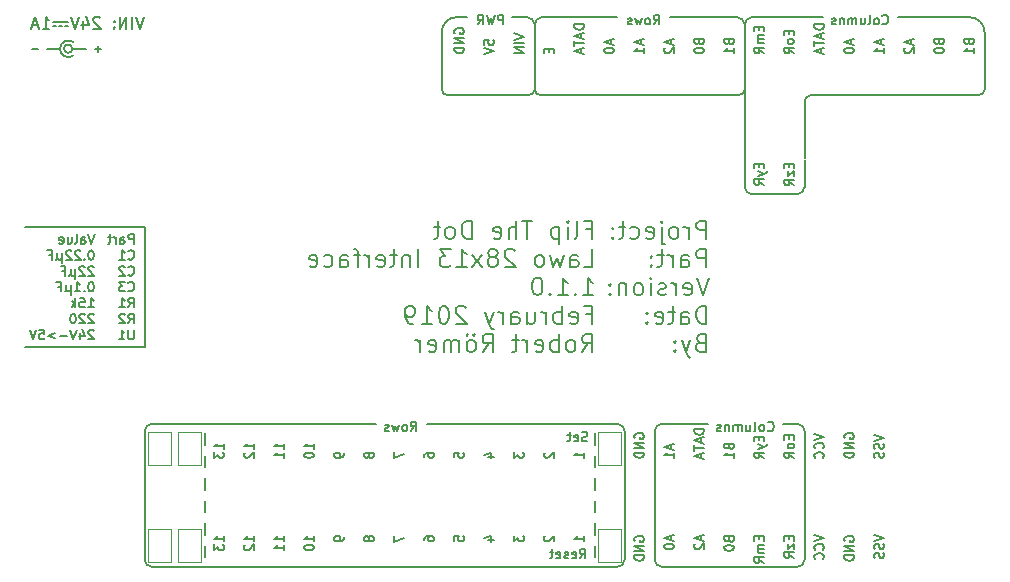
<source format=gbr>
G04 #@! TF.GenerationSoftware,KiCad,Pcbnew,(5.0.0-rc3-dev)*
G04 #@! TF.CreationDate,2019-02-11T22:12:22+01:00*
G04 #@! TF.ProjectId,Lawo 28x13,4C61776F2032387831332E6B69636164,1.1.0*
G04 #@! TF.SameCoordinates,Original*
G04 #@! TF.FileFunction,Legend,Bot*
G04 #@! TF.FilePolarity,Positive*
%FSLAX46Y46*%
G04 Gerber Fmt 4.6, Leading zero omitted, Abs format (unit mm)*
G04 Created by KiCad (PCBNEW (5.0.0-rc3-dev)) date 2019 February 11, Monday 22:12:22*
%MOMM*%
%LPD*%
G01*
G04 APERTURE LIST*
%ADD10C,0.200000*%
%ADD11C,0.150000*%
%ADD12C,0.120000*%
G04 APERTURE END LIST*
D10*
X171958000Y-95504000D02*
X186182000Y-95504000D01*
D11*
X170122857Y-132833643D02*
X170122857Y-133100310D01*
X170541904Y-133214596D02*
X170541904Y-132833643D01*
X169741904Y-132833643D01*
X169741904Y-133214596D01*
X170008571Y-133481262D02*
X170008571Y-133900310D01*
X170541904Y-133481262D01*
X170541904Y-133900310D01*
X170541904Y-134662215D02*
X170160952Y-134395548D01*
X170541904Y-134205072D02*
X169741904Y-134205072D01*
X169741904Y-134509834D01*
X169780000Y-134586024D01*
X169818095Y-134624119D01*
X169894285Y-134662215D01*
X170008571Y-134662215D01*
X170084761Y-134624119D01*
X170122857Y-134586024D01*
X170160952Y-134509834D01*
X170160952Y-134205072D01*
X167582857Y-124424643D02*
X167582857Y-124691310D01*
X168001904Y-124805596D02*
X168001904Y-124424643D01*
X167201904Y-124424643D01*
X167201904Y-124805596D01*
X167468571Y-125072262D02*
X168001904Y-125262739D01*
X167468571Y-125453215D02*
X168001904Y-125262739D01*
X168192380Y-125186548D01*
X168230476Y-125148453D01*
X168268571Y-125072262D01*
X168001904Y-126215120D02*
X167620952Y-125948453D01*
X168001904Y-125757977D02*
X167201904Y-125757977D01*
X167201904Y-126062739D01*
X167240000Y-126138929D01*
X167278095Y-126177024D01*
X167354285Y-126215120D01*
X167468571Y-126215120D01*
X167544761Y-126177024D01*
X167582857Y-126138929D01*
X167620952Y-126062739D01*
X167620952Y-125757977D01*
D10*
X115570000Y-134810500D02*
X115570000Y-123952000D01*
X166370000Y-103251000D02*
G75*
G03X167005000Y-103886000I635000J0D01*
G01*
X170815000Y-103886000D02*
X167005000Y-103886000D01*
X171450000Y-100965000D02*
X171450000Y-103251000D01*
X170815000Y-103886000D02*
G75*
G03X171450000Y-103251000I0J635000D01*
G01*
X171958000Y-95504000D02*
G75*
G03X171450000Y-96012000I0J-508000D01*
G01*
X171450000Y-100838000D02*
X171450000Y-96012000D01*
D11*
X170122857Y-101299547D02*
X170122857Y-101566214D01*
X170541904Y-101680500D02*
X170541904Y-101299547D01*
X169741904Y-101299547D01*
X169741904Y-101680500D01*
X170008571Y-101947166D02*
X170008571Y-102366214D01*
X170541904Y-101947166D01*
X170541904Y-102366214D01*
X170541904Y-103128119D02*
X170160952Y-102861452D01*
X170541904Y-102670976D02*
X169741904Y-102670976D01*
X169741904Y-102975738D01*
X169780000Y-103051928D01*
X169818095Y-103090023D01*
X169894285Y-103128119D01*
X170008571Y-103128119D01*
X170084761Y-103090023D01*
X170122857Y-103051928D01*
X170160952Y-102975738D01*
X170160952Y-102670976D01*
X167582857Y-101299546D02*
X167582857Y-101566213D01*
X168001904Y-101680499D02*
X168001904Y-101299546D01*
X167201904Y-101299546D01*
X167201904Y-101680499D01*
X167468571Y-101947165D02*
X168001904Y-102137642D01*
X167468571Y-102328118D02*
X168001904Y-102137642D01*
X168192380Y-102061451D01*
X168230476Y-102023356D01*
X168268571Y-101947165D01*
X168001904Y-103090023D02*
X167620952Y-102823356D01*
X168001904Y-102632880D02*
X167201904Y-102632880D01*
X167201904Y-102937642D01*
X167240000Y-103013832D01*
X167278095Y-103051927D01*
X167354285Y-103090023D01*
X167468571Y-103090023D01*
X167544761Y-103051927D01*
X167582857Y-103013832D01*
X167620952Y-102937642D01*
X167620952Y-102632880D01*
X152969357Y-106852857D02*
X153469357Y-106852857D01*
X153469357Y-107638571D02*
X153469357Y-106138571D01*
X152755071Y-106138571D01*
X151969357Y-107638571D02*
X152112214Y-107567142D01*
X152183642Y-107424285D01*
X152183642Y-106138571D01*
X151397928Y-107638571D02*
X151397928Y-106638571D01*
X151397928Y-106138571D02*
X151469357Y-106210000D01*
X151397928Y-106281428D01*
X151326500Y-106210000D01*
X151397928Y-106138571D01*
X151397928Y-106281428D01*
X150683642Y-106638571D02*
X150683642Y-108138571D01*
X150683642Y-106710000D02*
X150540785Y-106638571D01*
X150255071Y-106638571D01*
X150112214Y-106710000D01*
X150040785Y-106781428D01*
X149969357Y-106924285D01*
X149969357Y-107352857D01*
X150040785Y-107495714D01*
X150112214Y-107567142D01*
X150255071Y-107638571D01*
X150540785Y-107638571D01*
X150683642Y-107567142D01*
X148397928Y-106138571D02*
X147540785Y-106138571D01*
X147969357Y-107638571D02*
X147969357Y-106138571D01*
X147040785Y-107638571D02*
X147040785Y-106138571D01*
X146397928Y-107638571D02*
X146397928Y-106852857D01*
X146469357Y-106710000D01*
X146612214Y-106638571D01*
X146826500Y-106638571D01*
X146969357Y-106710000D01*
X147040785Y-106781428D01*
X145112214Y-107567142D02*
X145255071Y-107638571D01*
X145540785Y-107638571D01*
X145683642Y-107567142D01*
X145755071Y-107424285D01*
X145755071Y-106852857D01*
X145683642Y-106710000D01*
X145540785Y-106638571D01*
X145255071Y-106638571D01*
X145112214Y-106710000D01*
X145040785Y-106852857D01*
X145040785Y-106995714D01*
X145755071Y-107138571D01*
X143255071Y-107638571D02*
X143255071Y-106138571D01*
X142897928Y-106138571D01*
X142683642Y-106210000D01*
X142540785Y-106352857D01*
X142469357Y-106495714D01*
X142397928Y-106781428D01*
X142397928Y-106995714D01*
X142469357Y-107281428D01*
X142540785Y-107424285D01*
X142683642Y-107567142D01*
X142897928Y-107638571D01*
X143255071Y-107638571D01*
X141540785Y-107638571D02*
X141683642Y-107567142D01*
X141755071Y-107495714D01*
X141826500Y-107352857D01*
X141826500Y-106924285D01*
X141755071Y-106781428D01*
X141683642Y-106710000D01*
X141540785Y-106638571D01*
X141326500Y-106638571D01*
X141183642Y-106710000D01*
X141112214Y-106781428D01*
X141040785Y-106924285D01*
X141040785Y-107352857D01*
X141112214Y-107495714D01*
X141183642Y-107567142D01*
X141326500Y-107638571D01*
X141540785Y-107638571D01*
X140612214Y-106638571D02*
X140040785Y-106638571D01*
X140397928Y-106138571D02*
X140397928Y-107424285D01*
X140326500Y-107567142D01*
X140183642Y-107638571D01*
X140040785Y-107638571D01*
X152755071Y-110038571D02*
X153469357Y-110038571D01*
X153469357Y-108538571D01*
X151612214Y-110038571D02*
X151612214Y-109252857D01*
X151683642Y-109110000D01*
X151826500Y-109038571D01*
X152112214Y-109038571D01*
X152255071Y-109110000D01*
X151612214Y-109967142D02*
X151755071Y-110038571D01*
X152112214Y-110038571D01*
X152255071Y-109967142D01*
X152326500Y-109824285D01*
X152326500Y-109681428D01*
X152255071Y-109538571D01*
X152112214Y-109467142D01*
X151755071Y-109467142D01*
X151612214Y-109395714D01*
X151040785Y-109038571D02*
X150755071Y-110038571D01*
X150469357Y-109324285D01*
X150183642Y-110038571D01*
X149897928Y-109038571D01*
X149112214Y-110038571D02*
X149255071Y-109967142D01*
X149326500Y-109895714D01*
X149397928Y-109752857D01*
X149397928Y-109324285D01*
X149326500Y-109181428D01*
X149255071Y-109110000D01*
X149112214Y-109038571D01*
X148897928Y-109038571D01*
X148755071Y-109110000D01*
X148683642Y-109181428D01*
X148612214Y-109324285D01*
X148612214Y-109752857D01*
X148683642Y-109895714D01*
X148755071Y-109967142D01*
X148897928Y-110038571D01*
X149112214Y-110038571D01*
X146897928Y-108681428D02*
X146826500Y-108610000D01*
X146683642Y-108538571D01*
X146326500Y-108538571D01*
X146183642Y-108610000D01*
X146112214Y-108681428D01*
X146040785Y-108824285D01*
X146040785Y-108967142D01*
X146112214Y-109181428D01*
X146969357Y-110038571D01*
X146040785Y-110038571D01*
X145183642Y-109181428D02*
X145326500Y-109110000D01*
X145397928Y-109038571D01*
X145469357Y-108895714D01*
X145469357Y-108824285D01*
X145397928Y-108681428D01*
X145326500Y-108610000D01*
X145183642Y-108538571D01*
X144897928Y-108538571D01*
X144755071Y-108610000D01*
X144683642Y-108681428D01*
X144612214Y-108824285D01*
X144612214Y-108895714D01*
X144683642Y-109038571D01*
X144755071Y-109110000D01*
X144897928Y-109181428D01*
X145183642Y-109181428D01*
X145326500Y-109252857D01*
X145397928Y-109324285D01*
X145469357Y-109467142D01*
X145469357Y-109752857D01*
X145397928Y-109895714D01*
X145326500Y-109967142D01*
X145183642Y-110038571D01*
X144897928Y-110038571D01*
X144755071Y-109967142D01*
X144683642Y-109895714D01*
X144612214Y-109752857D01*
X144612214Y-109467142D01*
X144683642Y-109324285D01*
X144755071Y-109252857D01*
X144897928Y-109181428D01*
X144112214Y-110038571D02*
X143326500Y-109038571D01*
X144112214Y-109038571D02*
X143326500Y-110038571D01*
X141969357Y-110038571D02*
X142826500Y-110038571D01*
X142397928Y-110038571D02*
X142397928Y-108538571D01*
X142540785Y-108752857D01*
X142683642Y-108895714D01*
X142826500Y-108967142D01*
X141469357Y-108538571D02*
X140540785Y-108538571D01*
X141040785Y-109110000D01*
X140826500Y-109110000D01*
X140683642Y-109181428D01*
X140612214Y-109252857D01*
X140540785Y-109395714D01*
X140540785Y-109752857D01*
X140612214Y-109895714D01*
X140683642Y-109967142D01*
X140826500Y-110038571D01*
X141255071Y-110038571D01*
X141397928Y-109967142D01*
X141469357Y-109895714D01*
X138755071Y-110038571D02*
X138755071Y-108538571D01*
X138040785Y-109038571D02*
X138040785Y-110038571D01*
X138040785Y-109181428D02*
X137969357Y-109110000D01*
X137826500Y-109038571D01*
X137612214Y-109038571D01*
X137469357Y-109110000D01*
X137397928Y-109252857D01*
X137397928Y-110038571D01*
X136897928Y-109038571D02*
X136326500Y-109038571D01*
X136683642Y-108538571D02*
X136683642Y-109824285D01*
X136612214Y-109967142D01*
X136469357Y-110038571D01*
X136326500Y-110038571D01*
X135255071Y-109967142D02*
X135397928Y-110038571D01*
X135683642Y-110038571D01*
X135826500Y-109967142D01*
X135897928Y-109824285D01*
X135897928Y-109252857D01*
X135826500Y-109110000D01*
X135683642Y-109038571D01*
X135397928Y-109038571D01*
X135255071Y-109110000D01*
X135183642Y-109252857D01*
X135183642Y-109395714D01*
X135897928Y-109538571D01*
X134540785Y-110038571D02*
X134540785Y-109038571D01*
X134540785Y-109324285D02*
X134469357Y-109181428D01*
X134397928Y-109110000D01*
X134255071Y-109038571D01*
X134112214Y-109038571D01*
X133826500Y-109038571D02*
X133255071Y-109038571D01*
X133612214Y-110038571D02*
X133612214Y-108752857D01*
X133540785Y-108610000D01*
X133397928Y-108538571D01*
X133255071Y-108538571D01*
X132112214Y-110038571D02*
X132112214Y-109252857D01*
X132183642Y-109110000D01*
X132326500Y-109038571D01*
X132612214Y-109038571D01*
X132755071Y-109110000D01*
X132112214Y-109967142D02*
X132255071Y-110038571D01*
X132612214Y-110038571D01*
X132755071Y-109967142D01*
X132826500Y-109824285D01*
X132826500Y-109681428D01*
X132755071Y-109538571D01*
X132612214Y-109467142D01*
X132255071Y-109467142D01*
X132112214Y-109395714D01*
X130755071Y-109967142D02*
X130897928Y-110038571D01*
X131183642Y-110038571D01*
X131326500Y-109967142D01*
X131397928Y-109895714D01*
X131469357Y-109752857D01*
X131469357Y-109324285D01*
X131397928Y-109181428D01*
X131326500Y-109110000D01*
X131183642Y-109038571D01*
X130897928Y-109038571D01*
X130755071Y-109110000D01*
X129540785Y-109967142D02*
X129683642Y-110038571D01*
X129969357Y-110038571D01*
X130112214Y-109967142D01*
X130183642Y-109824285D01*
X130183642Y-109252857D01*
X130112214Y-109110000D01*
X129969357Y-109038571D01*
X129683642Y-109038571D01*
X129540785Y-109110000D01*
X129469357Y-109252857D01*
X129469357Y-109395714D01*
X130183642Y-109538571D01*
X152683642Y-112438571D02*
X153540785Y-112438571D01*
X153112214Y-112438571D02*
X153112214Y-110938571D01*
X153255071Y-111152857D01*
X153397928Y-111295714D01*
X153540785Y-111367142D01*
X152040785Y-112295714D02*
X151969357Y-112367142D01*
X152040785Y-112438571D01*
X152112214Y-112367142D01*
X152040785Y-112295714D01*
X152040785Y-112438571D01*
X150540785Y-112438571D02*
X151397928Y-112438571D01*
X150969357Y-112438571D02*
X150969357Y-110938571D01*
X151112214Y-111152857D01*
X151255071Y-111295714D01*
X151397928Y-111367142D01*
X149897928Y-112295714D02*
X149826500Y-112367142D01*
X149897928Y-112438571D01*
X149969357Y-112367142D01*
X149897928Y-112295714D01*
X149897928Y-112438571D01*
X148897928Y-110938571D02*
X148755071Y-110938571D01*
X148612214Y-111010000D01*
X148540785Y-111081428D01*
X148469357Y-111224285D01*
X148397928Y-111510000D01*
X148397928Y-111867142D01*
X148469357Y-112152857D01*
X148540785Y-112295714D01*
X148612214Y-112367142D01*
X148755071Y-112438571D01*
X148897928Y-112438571D01*
X149040785Y-112367142D01*
X149112214Y-112295714D01*
X149183642Y-112152857D01*
X149255071Y-111867142D01*
X149255071Y-111510000D01*
X149183642Y-111224285D01*
X149112214Y-111081428D01*
X149040785Y-111010000D01*
X148897928Y-110938571D01*
X152969357Y-114052857D02*
X153469357Y-114052857D01*
X153469357Y-114838571D02*
X153469357Y-113338571D01*
X152755071Y-113338571D01*
X151612214Y-114767142D02*
X151755071Y-114838571D01*
X152040785Y-114838571D01*
X152183642Y-114767142D01*
X152255071Y-114624285D01*
X152255071Y-114052857D01*
X152183642Y-113910000D01*
X152040785Y-113838571D01*
X151755071Y-113838571D01*
X151612214Y-113910000D01*
X151540785Y-114052857D01*
X151540785Y-114195714D01*
X152255071Y-114338571D01*
X150897928Y-114838571D02*
X150897928Y-113338571D01*
X150897928Y-113910000D02*
X150755071Y-113838571D01*
X150469357Y-113838571D01*
X150326500Y-113910000D01*
X150255071Y-113981428D01*
X150183642Y-114124285D01*
X150183642Y-114552857D01*
X150255071Y-114695714D01*
X150326500Y-114767142D01*
X150469357Y-114838571D01*
X150755071Y-114838571D01*
X150897928Y-114767142D01*
X149540785Y-114838571D02*
X149540785Y-113838571D01*
X149540785Y-114124285D02*
X149469357Y-113981428D01*
X149397928Y-113910000D01*
X149255071Y-113838571D01*
X149112214Y-113838571D01*
X147969357Y-113838571D02*
X147969357Y-114838571D01*
X148612214Y-113838571D02*
X148612214Y-114624285D01*
X148540785Y-114767142D01*
X148397928Y-114838571D01*
X148183642Y-114838571D01*
X148040785Y-114767142D01*
X147969357Y-114695714D01*
X146612214Y-114838571D02*
X146612214Y-114052857D01*
X146683642Y-113910000D01*
X146826500Y-113838571D01*
X147112214Y-113838571D01*
X147255071Y-113910000D01*
X146612214Y-114767142D02*
X146755071Y-114838571D01*
X147112214Y-114838571D01*
X147255071Y-114767142D01*
X147326500Y-114624285D01*
X147326500Y-114481428D01*
X147255071Y-114338571D01*
X147112214Y-114267142D01*
X146755071Y-114267142D01*
X146612214Y-114195714D01*
X145897928Y-114838571D02*
X145897928Y-113838571D01*
X145897928Y-114124285D02*
X145826500Y-113981428D01*
X145755071Y-113910000D01*
X145612214Y-113838571D01*
X145469357Y-113838571D01*
X145112214Y-113838571D02*
X144755071Y-114838571D01*
X144397928Y-113838571D02*
X144755071Y-114838571D01*
X144897928Y-115195714D01*
X144969357Y-115267142D01*
X145112214Y-115338571D01*
X142755071Y-113481428D02*
X142683642Y-113410000D01*
X142540785Y-113338571D01*
X142183642Y-113338571D01*
X142040785Y-113410000D01*
X141969357Y-113481428D01*
X141897928Y-113624285D01*
X141897928Y-113767142D01*
X141969357Y-113981428D01*
X142826500Y-114838571D01*
X141897928Y-114838571D01*
X140969357Y-113338571D02*
X140826500Y-113338571D01*
X140683642Y-113410000D01*
X140612214Y-113481428D01*
X140540785Y-113624285D01*
X140469357Y-113910000D01*
X140469357Y-114267142D01*
X140540785Y-114552857D01*
X140612214Y-114695714D01*
X140683642Y-114767142D01*
X140826500Y-114838571D01*
X140969357Y-114838571D01*
X141112214Y-114767142D01*
X141183642Y-114695714D01*
X141255071Y-114552857D01*
X141326500Y-114267142D01*
X141326500Y-113910000D01*
X141255071Y-113624285D01*
X141183642Y-113481428D01*
X141112214Y-113410000D01*
X140969357Y-113338571D01*
X139040785Y-114838571D02*
X139897928Y-114838571D01*
X139469357Y-114838571D02*
X139469357Y-113338571D01*
X139612214Y-113552857D01*
X139755071Y-113695714D01*
X139897928Y-113767142D01*
X138326500Y-114838571D02*
X138040785Y-114838571D01*
X137897928Y-114767142D01*
X137826500Y-114695714D01*
X137683642Y-114481428D01*
X137612214Y-114195714D01*
X137612214Y-113624285D01*
X137683642Y-113481428D01*
X137755071Y-113410000D01*
X137897928Y-113338571D01*
X138183642Y-113338571D01*
X138326500Y-113410000D01*
X138397928Y-113481428D01*
X138469357Y-113624285D01*
X138469357Y-113981428D01*
X138397928Y-114124285D01*
X138326500Y-114195714D01*
X138183642Y-114267142D01*
X137897928Y-114267142D01*
X137755071Y-114195714D01*
X137683642Y-114124285D01*
X137612214Y-113981428D01*
X152612214Y-117238571D02*
X153112214Y-116524285D01*
X153469357Y-117238571D02*
X153469357Y-115738571D01*
X152897928Y-115738571D01*
X152755071Y-115810000D01*
X152683642Y-115881428D01*
X152612214Y-116024285D01*
X152612214Y-116238571D01*
X152683642Y-116381428D01*
X152755071Y-116452857D01*
X152897928Y-116524285D01*
X153469357Y-116524285D01*
X151755071Y-117238571D02*
X151897928Y-117167142D01*
X151969357Y-117095714D01*
X152040785Y-116952857D01*
X152040785Y-116524285D01*
X151969357Y-116381428D01*
X151897928Y-116310000D01*
X151755071Y-116238571D01*
X151540785Y-116238571D01*
X151397928Y-116310000D01*
X151326500Y-116381428D01*
X151255071Y-116524285D01*
X151255071Y-116952857D01*
X151326500Y-117095714D01*
X151397928Y-117167142D01*
X151540785Y-117238571D01*
X151755071Y-117238571D01*
X150612214Y-117238571D02*
X150612214Y-115738571D01*
X150612214Y-116310000D02*
X150469357Y-116238571D01*
X150183642Y-116238571D01*
X150040785Y-116310000D01*
X149969357Y-116381428D01*
X149897928Y-116524285D01*
X149897928Y-116952857D01*
X149969357Y-117095714D01*
X150040785Y-117167142D01*
X150183642Y-117238571D01*
X150469357Y-117238571D01*
X150612214Y-117167142D01*
X148683642Y-117167142D02*
X148826500Y-117238571D01*
X149112214Y-117238571D01*
X149255071Y-117167142D01*
X149326500Y-117024285D01*
X149326500Y-116452857D01*
X149255071Y-116310000D01*
X149112214Y-116238571D01*
X148826500Y-116238571D01*
X148683642Y-116310000D01*
X148612214Y-116452857D01*
X148612214Y-116595714D01*
X149326500Y-116738571D01*
X147969357Y-117238571D02*
X147969357Y-116238571D01*
X147969357Y-116524285D02*
X147897928Y-116381428D01*
X147826500Y-116310000D01*
X147683642Y-116238571D01*
X147540785Y-116238571D01*
X147255071Y-116238571D02*
X146683642Y-116238571D01*
X147040785Y-115738571D02*
X147040785Y-117024285D01*
X146969357Y-117167142D01*
X146826500Y-117238571D01*
X146683642Y-117238571D01*
X144183642Y-117238571D02*
X144683642Y-116524285D01*
X145040785Y-117238571D02*
X145040785Y-115738571D01*
X144469357Y-115738571D01*
X144326500Y-115810000D01*
X144255071Y-115881428D01*
X144183642Y-116024285D01*
X144183642Y-116238571D01*
X144255071Y-116381428D01*
X144326500Y-116452857D01*
X144469357Y-116524285D01*
X145040785Y-116524285D01*
X143326500Y-117238571D02*
X143469357Y-117167142D01*
X143540785Y-117095714D01*
X143612214Y-116952857D01*
X143612214Y-116524285D01*
X143540785Y-116381428D01*
X143469357Y-116310000D01*
X143326500Y-116238571D01*
X143112214Y-116238571D01*
X142969357Y-116310000D01*
X142897928Y-116381428D01*
X142826500Y-116524285D01*
X142826500Y-116952857D01*
X142897928Y-117095714D01*
X142969357Y-117167142D01*
X143112214Y-117238571D01*
X143326500Y-117238571D01*
X143469357Y-115738571D02*
X143397928Y-115810000D01*
X143469357Y-115881428D01*
X143540785Y-115810000D01*
X143469357Y-115738571D01*
X143469357Y-115881428D01*
X142897928Y-115738571D02*
X142826500Y-115810000D01*
X142897928Y-115881428D01*
X142969357Y-115810000D01*
X142897928Y-115738571D01*
X142897928Y-115881428D01*
X142183642Y-117238571D02*
X142183642Y-116238571D01*
X142183642Y-116381428D02*
X142112214Y-116310000D01*
X141969357Y-116238571D01*
X141755071Y-116238571D01*
X141612214Y-116310000D01*
X141540785Y-116452857D01*
X141540785Y-117238571D01*
X141540785Y-116452857D02*
X141469357Y-116310000D01*
X141326500Y-116238571D01*
X141112214Y-116238571D01*
X140969357Y-116310000D01*
X140897928Y-116452857D01*
X140897928Y-117238571D01*
X139612214Y-117167142D02*
X139755071Y-117238571D01*
X140040785Y-117238571D01*
X140183642Y-117167142D01*
X140255071Y-117024285D01*
X140255071Y-116452857D01*
X140183642Y-116310000D01*
X140040785Y-116238571D01*
X139755071Y-116238571D01*
X139612214Y-116310000D01*
X139540785Y-116452857D01*
X139540785Y-116595714D01*
X140255071Y-116738571D01*
X138897928Y-117238571D02*
X138897928Y-116238571D01*
X138897928Y-116524285D02*
X138826500Y-116381428D01*
X138755071Y-116310000D01*
X138612214Y-116238571D01*
X138469357Y-116238571D01*
D10*
X120650000Y-125095000D02*
X120650000Y-124142500D01*
X120650000Y-132715000D02*
X120650000Y-131762500D01*
X120650000Y-134620000D02*
X120650000Y-133667500D01*
X120650000Y-127000000D02*
X120650000Y-126047500D01*
X120650000Y-128905000D02*
X120650000Y-127952500D01*
X120650000Y-130810000D02*
X120650000Y-129857500D01*
X153670000Y-125095000D02*
X153670000Y-124142500D01*
X153670000Y-127000000D02*
X153670000Y-126047500D01*
X153670000Y-128905000D02*
X153670000Y-127952500D01*
X153670000Y-130810000D02*
X153670000Y-129857500D01*
D11*
X138095404Y-123932904D02*
X138362071Y-123551952D01*
X138552547Y-123932904D02*
X138552547Y-123132904D01*
X138247785Y-123132904D01*
X138171595Y-123171000D01*
X138133500Y-123209095D01*
X138095404Y-123285285D01*
X138095404Y-123399571D01*
X138133500Y-123475761D01*
X138171595Y-123513857D01*
X138247785Y-123551952D01*
X138552547Y-123551952D01*
X137638261Y-123932904D02*
X137714452Y-123894809D01*
X137752547Y-123856714D01*
X137790642Y-123780523D01*
X137790642Y-123551952D01*
X137752547Y-123475761D01*
X137714452Y-123437666D01*
X137638261Y-123399571D01*
X137523976Y-123399571D01*
X137447785Y-123437666D01*
X137409690Y-123475761D01*
X137371595Y-123551952D01*
X137371595Y-123780523D01*
X137409690Y-123856714D01*
X137447785Y-123894809D01*
X137523976Y-123932904D01*
X137638261Y-123932904D01*
X137104928Y-123399571D02*
X136952547Y-123932904D01*
X136800166Y-123551952D01*
X136647785Y-123932904D01*
X136495404Y-123399571D01*
X136228738Y-123894809D02*
X136152547Y-123932904D01*
X136000166Y-123932904D01*
X135923976Y-123894809D01*
X135885880Y-123818619D01*
X135885880Y-123780523D01*
X135923976Y-123704333D01*
X136000166Y-123666238D01*
X136114452Y-123666238D01*
X136190642Y-123628142D01*
X136228738Y-123551952D01*
X136228738Y-123513857D01*
X136190642Y-123437666D01*
X136114452Y-123399571D01*
X136000166Y-123399571D01*
X135923976Y-123437666D01*
X168321142Y-123856714D02*
X168359238Y-123894809D01*
X168473523Y-123932904D01*
X168549714Y-123932904D01*
X168664000Y-123894809D01*
X168740190Y-123818619D01*
X168778285Y-123742428D01*
X168816380Y-123590047D01*
X168816380Y-123475761D01*
X168778285Y-123323380D01*
X168740190Y-123247190D01*
X168664000Y-123171000D01*
X168549714Y-123132904D01*
X168473523Y-123132904D01*
X168359238Y-123171000D01*
X168321142Y-123209095D01*
X167864000Y-123932904D02*
X167940190Y-123894809D01*
X167978285Y-123856714D01*
X168016380Y-123780523D01*
X168016380Y-123551952D01*
X167978285Y-123475761D01*
X167940190Y-123437666D01*
X167864000Y-123399571D01*
X167749714Y-123399571D01*
X167673523Y-123437666D01*
X167635428Y-123475761D01*
X167597333Y-123551952D01*
X167597333Y-123780523D01*
X167635428Y-123856714D01*
X167673523Y-123894809D01*
X167749714Y-123932904D01*
X167864000Y-123932904D01*
X167140190Y-123932904D02*
X167216380Y-123894809D01*
X167254476Y-123818619D01*
X167254476Y-123132904D01*
X166492571Y-123399571D02*
X166492571Y-123932904D01*
X166835428Y-123399571D02*
X166835428Y-123818619D01*
X166797333Y-123894809D01*
X166721142Y-123932904D01*
X166606857Y-123932904D01*
X166530666Y-123894809D01*
X166492571Y-123856714D01*
X166111619Y-123932904D02*
X166111619Y-123399571D01*
X166111619Y-123475761D02*
X166073523Y-123437666D01*
X165997333Y-123399571D01*
X165883047Y-123399571D01*
X165806857Y-123437666D01*
X165768761Y-123513857D01*
X165768761Y-123932904D01*
X165768761Y-123513857D02*
X165730666Y-123437666D01*
X165654476Y-123399571D01*
X165540190Y-123399571D01*
X165464000Y-123437666D01*
X165425904Y-123513857D01*
X165425904Y-123932904D01*
X165044952Y-123399571D02*
X165044952Y-123932904D01*
X165044952Y-123475761D02*
X165006857Y-123437666D01*
X164930666Y-123399571D01*
X164816380Y-123399571D01*
X164740190Y-123437666D01*
X164702095Y-123513857D01*
X164702095Y-123932904D01*
X164359238Y-123894809D02*
X164283047Y-123932904D01*
X164130666Y-123932904D01*
X164054476Y-123894809D01*
X164016380Y-123818619D01*
X164016380Y-123780523D01*
X164054476Y-123704333D01*
X164130666Y-123666238D01*
X164244952Y-123666238D01*
X164321142Y-123628142D01*
X164359238Y-123551952D01*
X164359238Y-123513857D01*
X164321142Y-123437666D01*
X164244952Y-123399571D01*
X164130666Y-123399571D01*
X164054476Y-123437666D01*
X163121357Y-107638571D02*
X163121357Y-106138571D01*
X162549928Y-106138571D01*
X162407071Y-106210000D01*
X162335642Y-106281428D01*
X162264214Y-106424285D01*
X162264214Y-106638571D01*
X162335642Y-106781428D01*
X162407071Y-106852857D01*
X162549928Y-106924285D01*
X163121357Y-106924285D01*
X161621357Y-107638571D02*
X161621357Y-106638571D01*
X161621357Y-106924285D02*
X161549928Y-106781428D01*
X161478500Y-106710000D01*
X161335642Y-106638571D01*
X161192785Y-106638571D01*
X160478500Y-107638571D02*
X160621357Y-107567142D01*
X160692785Y-107495714D01*
X160764214Y-107352857D01*
X160764214Y-106924285D01*
X160692785Y-106781428D01*
X160621357Y-106710000D01*
X160478500Y-106638571D01*
X160264214Y-106638571D01*
X160121357Y-106710000D01*
X160049928Y-106781428D01*
X159978500Y-106924285D01*
X159978500Y-107352857D01*
X160049928Y-107495714D01*
X160121357Y-107567142D01*
X160264214Y-107638571D01*
X160478500Y-107638571D01*
X159335642Y-106638571D02*
X159335642Y-107924285D01*
X159407071Y-108067142D01*
X159549928Y-108138571D01*
X159621357Y-108138571D01*
X159335642Y-106138571D02*
X159407071Y-106210000D01*
X159335642Y-106281428D01*
X159264214Y-106210000D01*
X159335642Y-106138571D01*
X159335642Y-106281428D01*
X158049928Y-107567142D02*
X158192785Y-107638571D01*
X158478500Y-107638571D01*
X158621357Y-107567142D01*
X158692785Y-107424285D01*
X158692785Y-106852857D01*
X158621357Y-106710000D01*
X158478500Y-106638571D01*
X158192785Y-106638571D01*
X158049928Y-106710000D01*
X157978500Y-106852857D01*
X157978500Y-106995714D01*
X158692785Y-107138571D01*
X156692785Y-107567142D02*
X156835642Y-107638571D01*
X157121357Y-107638571D01*
X157264214Y-107567142D01*
X157335642Y-107495714D01*
X157407071Y-107352857D01*
X157407071Y-106924285D01*
X157335642Y-106781428D01*
X157264214Y-106710000D01*
X157121357Y-106638571D01*
X156835642Y-106638571D01*
X156692785Y-106710000D01*
X156264214Y-106638571D02*
X155692785Y-106638571D01*
X156049928Y-106138571D02*
X156049928Y-107424285D01*
X155978500Y-107567142D01*
X155835642Y-107638571D01*
X155692785Y-107638571D01*
X155192785Y-107495714D02*
X155121357Y-107567142D01*
X155192785Y-107638571D01*
X155264214Y-107567142D01*
X155192785Y-107495714D01*
X155192785Y-107638571D01*
X155192785Y-106710000D02*
X155121357Y-106781428D01*
X155192785Y-106852857D01*
X155264214Y-106781428D01*
X155192785Y-106710000D01*
X155192785Y-106852857D01*
X163121357Y-110038571D02*
X163121357Y-108538571D01*
X162549928Y-108538571D01*
X162407071Y-108610000D01*
X162335642Y-108681428D01*
X162264214Y-108824285D01*
X162264214Y-109038571D01*
X162335642Y-109181428D01*
X162407071Y-109252857D01*
X162549928Y-109324285D01*
X163121357Y-109324285D01*
X160978500Y-110038571D02*
X160978500Y-109252857D01*
X161049928Y-109110000D01*
X161192785Y-109038571D01*
X161478500Y-109038571D01*
X161621357Y-109110000D01*
X160978500Y-109967142D02*
X161121357Y-110038571D01*
X161478500Y-110038571D01*
X161621357Y-109967142D01*
X161692785Y-109824285D01*
X161692785Y-109681428D01*
X161621357Y-109538571D01*
X161478500Y-109467142D01*
X161121357Y-109467142D01*
X160978500Y-109395714D01*
X160264214Y-110038571D02*
X160264214Y-109038571D01*
X160264214Y-109324285D02*
X160192785Y-109181428D01*
X160121357Y-109110000D01*
X159978500Y-109038571D01*
X159835642Y-109038571D01*
X159549928Y-109038571D02*
X158978500Y-109038571D01*
X159335642Y-108538571D02*
X159335642Y-109824285D01*
X159264214Y-109967142D01*
X159121357Y-110038571D01*
X158978500Y-110038571D01*
X158478500Y-109895714D02*
X158407071Y-109967142D01*
X158478500Y-110038571D01*
X158549928Y-109967142D01*
X158478500Y-109895714D01*
X158478500Y-110038571D01*
X158478500Y-109110000D02*
X158407071Y-109181428D01*
X158478500Y-109252857D01*
X158549928Y-109181428D01*
X158478500Y-109110000D01*
X158478500Y-109252857D01*
X163335642Y-110938571D02*
X162835642Y-112438571D01*
X162335642Y-110938571D01*
X161264214Y-112367142D02*
X161407071Y-112438571D01*
X161692785Y-112438571D01*
X161835642Y-112367142D01*
X161907071Y-112224285D01*
X161907071Y-111652857D01*
X161835642Y-111510000D01*
X161692785Y-111438571D01*
X161407071Y-111438571D01*
X161264214Y-111510000D01*
X161192785Y-111652857D01*
X161192785Y-111795714D01*
X161907071Y-111938571D01*
X160549928Y-112438571D02*
X160549928Y-111438571D01*
X160549928Y-111724285D02*
X160478500Y-111581428D01*
X160407071Y-111510000D01*
X160264214Y-111438571D01*
X160121357Y-111438571D01*
X159692785Y-112367142D02*
X159549928Y-112438571D01*
X159264214Y-112438571D01*
X159121357Y-112367142D01*
X159049928Y-112224285D01*
X159049928Y-112152857D01*
X159121357Y-112010000D01*
X159264214Y-111938571D01*
X159478500Y-111938571D01*
X159621357Y-111867142D01*
X159692785Y-111724285D01*
X159692785Y-111652857D01*
X159621357Y-111510000D01*
X159478500Y-111438571D01*
X159264214Y-111438571D01*
X159121357Y-111510000D01*
X158407071Y-112438571D02*
X158407071Y-111438571D01*
X158407071Y-110938571D02*
X158478500Y-111010000D01*
X158407071Y-111081428D01*
X158335642Y-111010000D01*
X158407071Y-110938571D01*
X158407071Y-111081428D01*
X157478500Y-112438571D02*
X157621357Y-112367142D01*
X157692785Y-112295714D01*
X157764214Y-112152857D01*
X157764214Y-111724285D01*
X157692785Y-111581428D01*
X157621357Y-111510000D01*
X157478500Y-111438571D01*
X157264214Y-111438571D01*
X157121357Y-111510000D01*
X157049928Y-111581428D01*
X156978500Y-111724285D01*
X156978500Y-112152857D01*
X157049928Y-112295714D01*
X157121357Y-112367142D01*
X157264214Y-112438571D01*
X157478500Y-112438571D01*
X156335642Y-111438571D02*
X156335642Y-112438571D01*
X156335642Y-111581428D02*
X156264214Y-111510000D01*
X156121357Y-111438571D01*
X155907071Y-111438571D01*
X155764214Y-111510000D01*
X155692785Y-111652857D01*
X155692785Y-112438571D01*
X154978500Y-112295714D02*
X154907071Y-112367142D01*
X154978500Y-112438571D01*
X155049928Y-112367142D01*
X154978500Y-112295714D01*
X154978500Y-112438571D01*
X154978500Y-111510000D02*
X154907071Y-111581428D01*
X154978500Y-111652857D01*
X155049928Y-111581428D01*
X154978500Y-111510000D01*
X154978500Y-111652857D01*
X163121357Y-114838571D02*
X163121357Y-113338571D01*
X162764214Y-113338571D01*
X162549928Y-113410000D01*
X162407071Y-113552857D01*
X162335642Y-113695714D01*
X162264214Y-113981428D01*
X162264214Y-114195714D01*
X162335642Y-114481428D01*
X162407071Y-114624285D01*
X162549928Y-114767142D01*
X162764214Y-114838571D01*
X163121357Y-114838571D01*
X160978500Y-114838571D02*
X160978500Y-114052857D01*
X161049928Y-113910000D01*
X161192785Y-113838571D01*
X161478500Y-113838571D01*
X161621357Y-113910000D01*
X160978500Y-114767142D02*
X161121357Y-114838571D01*
X161478500Y-114838571D01*
X161621357Y-114767142D01*
X161692785Y-114624285D01*
X161692785Y-114481428D01*
X161621357Y-114338571D01*
X161478500Y-114267142D01*
X161121357Y-114267142D01*
X160978500Y-114195714D01*
X160478500Y-113838571D02*
X159907071Y-113838571D01*
X160264214Y-113338571D02*
X160264214Y-114624285D01*
X160192785Y-114767142D01*
X160049928Y-114838571D01*
X159907071Y-114838571D01*
X158835642Y-114767142D02*
X158978500Y-114838571D01*
X159264214Y-114838571D01*
X159407071Y-114767142D01*
X159478500Y-114624285D01*
X159478500Y-114052857D01*
X159407071Y-113910000D01*
X159264214Y-113838571D01*
X158978500Y-113838571D01*
X158835642Y-113910000D01*
X158764214Y-114052857D01*
X158764214Y-114195714D01*
X159478500Y-114338571D01*
X158121357Y-114695714D02*
X158049928Y-114767142D01*
X158121357Y-114838571D01*
X158192785Y-114767142D01*
X158121357Y-114695714D01*
X158121357Y-114838571D01*
X158121357Y-113910000D02*
X158049928Y-113981428D01*
X158121357Y-114052857D01*
X158192785Y-113981428D01*
X158121357Y-113910000D01*
X158121357Y-114052857D01*
X162621357Y-116452857D02*
X162407071Y-116524285D01*
X162335642Y-116595714D01*
X162264214Y-116738571D01*
X162264214Y-116952857D01*
X162335642Y-117095714D01*
X162407071Y-117167142D01*
X162549928Y-117238571D01*
X163121357Y-117238571D01*
X163121357Y-115738571D01*
X162621357Y-115738571D01*
X162478500Y-115810000D01*
X162407071Y-115881428D01*
X162335642Y-116024285D01*
X162335642Y-116167142D01*
X162407071Y-116310000D01*
X162478500Y-116381428D01*
X162621357Y-116452857D01*
X163121357Y-116452857D01*
X161764214Y-116238571D02*
X161407071Y-117238571D01*
X161049928Y-116238571D02*
X161407071Y-117238571D01*
X161549928Y-117595714D01*
X161621357Y-117667142D01*
X161764214Y-117738571D01*
X160478500Y-117095714D02*
X160407071Y-117167142D01*
X160478500Y-117238571D01*
X160549928Y-117167142D01*
X160478500Y-117095714D01*
X160478500Y-117238571D01*
X160478500Y-116310000D02*
X160407071Y-116381428D01*
X160478500Y-116452857D01*
X160549928Y-116381428D01*
X160478500Y-116310000D01*
X160478500Y-116452857D01*
D10*
X153670000Y-134620000D02*
X153670000Y-133667500D01*
X155575000Y-123317000D02*
G75*
G02X156210000Y-123952000I0J-635000D01*
G01*
X156210000Y-134810500D02*
G75*
G02X155575000Y-135445500I-635000J0D01*
G01*
X153670000Y-132715000D02*
X153670000Y-131762500D01*
X156210000Y-134810500D02*
X156210000Y-123952000D01*
X170815000Y-123317000D02*
G75*
G02X171450000Y-123952000I0J-635000D01*
G01*
X170815000Y-123317000D02*
X169608500Y-123317000D01*
X115570000Y-134810500D02*
X115570000Y-123952000D01*
D11*
X153039119Y-124783809D02*
X152924833Y-124821904D01*
X152734357Y-124821904D01*
X152658166Y-124783809D01*
X152620071Y-124745714D01*
X152581976Y-124669523D01*
X152581976Y-124593333D01*
X152620071Y-124517142D01*
X152658166Y-124479047D01*
X152734357Y-124440952D01*
X152886738Y-124402857D01*
X152962928Y-124364761D01*
X153001023Y-124326666D01*
X153039119Y-124250476D01*
X153039119Y-124174285D01*
X153001023Y-124098095D01*
X152962928Y-124060000D01*
X152886738Y-124021904D01*
X152696261Y-124021904D01*
X152581976Y-124060000D01*
X151934357Y-124783809D02*
X152010547Y-124821904D01*
X152162928Y-124821904D01*
X152239119Y-124783809D01*
X152277214Y-124707619D01*
X152277214Y-124402857D01*
X152239119Y-124326666D01*
X152162928Y-124288571D01*
X152010547Y-124288571D01*
X151934357Y-124326666D01*
X151896261Y-124402857D01*
X151896261Y-124479047D01*
X152277214Y-124555238D01*
X151667690Y-124288571D02*
X151362928Y-124288571D01*
X151553404Y-124021904D02*
X151553404Y-124707619D01*
X151515309Y-124783809D01*
X151439119Y-124821904D01*
X151362928Y-124821904D01*
D10*
X163258500Y-123317000D02*
X159385000Y-123317000D01*
X158750000Y-134810500D02*
X158750000Y-123952000D01*
X159385000Y-135445500D02*
G75*
G02X158750000Y-134810500I0J635000D01*
G01*
X171450000Y-134810500D02*
G75*
G02X170815000Y-135445500I-635000J0D01*
G01*
X171450000Y-134810500D02*
X171450000Y-123952000D01*
X170815000Y-135445500D02*
X159385000Y-135445500D01*
X158750000Y-123952000D02*
G75*
G02X159385000Y-123317000I635000J0D01*
G01*
X115570000Y-123952000D02*
G75*
G02X116205000Y-123317000I635000J0D01*
G01*
X116205000Y-135445500D02*
G75*
G02X115570000Y-134810500I0J635000D01*
G01*
X116205000Y-135445500D02*
X155575000Y-135445500D01*
D11*
X146881904Y-132781784D02*
X146881904Y-133277023D01*
X147186666Y-133010356D01*
X147186666Y-133124642D01*
X147224761Y-133200832D01*
X147262857Y-133238927D01*
X147339047Y-133277023D01*
X147529523Y-133277023D01*
X147605714Y-133238927D01*
X147643809Y-133200832D01*
X147681904Y-133124642D01*
X147681904Y-132896070D01*
X147643809Y-132819880D01*
X147605714Y-132781784D01*
X152416880Y-134727904D02*
X152683547Y-134346952D01*
X152874023Y-134727904D02*
X152874023Y-133927904D01*
X152569261Y-133927904D01*
X152493071Y-133966000D01*
X152454976Y-134004095D01*
X152416880Y-134080285D01*
X152416880Y-134194571D01*
X152454976Y-134270761D01*
X152493071Y-134308857D01*
X152569261Y-134346952D01*
X152874023Y-134346952D01*
X151769261Y-134689809D02*
X151845452Y-134727904D01*
X151997833Y-134727904D01*
X152074023Y-134689809D01*
X152112119Y-134613619D01*
X152112119Y-134308857D01*
X152074023Y-134232666D01*
X151997833Y-134194571D01*
X151845452Y-134194571D01*
X151769261Y-134232666D01*
X151731166Y-134308857D01*
X151731166Y-134385047D01*
X152112119Y-134461238D01*
X151426404Y-134689809D02*
X151350214Y-134727904D01*
X151197833Y-134727904D01*
X151121642Y-134689809D01*
X151083547Y-134613619D01*
X151083547Y-134575523D01*
X151121642Y-134499333D01*
X151197833Y-134461238D01*
X151312119Y-134461238D01*
X151388309Y-134423142D01*
X151426404Y-134346952D01*
X151426404Y-134308857D01*
X151388309Y-134232666D01*
X151312119Y-134194571D01*
X151197833Y-134194571D01*
X151121642Y-134232666D01*
X150435928Y-134689809D02*
X150512119Y-134727904D01*
X150664500Y-134727904D01*
X150740690Y-134689809D01*
X150778785Y-134613619D01*
X150778785Y-134308857D01*
X150740690Y-134232666D01*
X150664500Y-134194571D01*
X150512119Y-134194571D01*
X150435928Y-134232666D01*
X150397833Y-134308857D01*
X150397833Y-134385047D01*
X150778785Y-134461238D01*
X150169261Y-134194571D02*
X149864500Y-134194571D01*
X150054976Y-133927904D02*
X150054976Y-134613619D01*
X150016880Y-134689809D01*
X149940690Y-134727904D01*
X149864500Y-134727904D01*
X139261904Y-133200832D02*
X139261904Y-133048451D01*
X139300000Y-132972261D01*
X139338095Y-132934165D01*
X139452380Y-132857975D01*
X139604761Y-132819880D01*
X139909523Y-132819880D01*
X139985714Y-132857975D01*
X140023809Y-132896070D01*
X140061904Y-132972261D01*
X140061904Y-133124642D01*
X140023809Y-133200832D01*
X139985714Y-133238927D01*
X139909523Y-133277023D01*
X139719047Y-133277023D01*
X139642857Y-133238927D01*
X139604761Y-133200832D01*
X139566666Y-133124642D01*
X139566666Y-132972261D01*
X139604761Y-132896070D01*
X139642857Y-132857975D01*
X139719047Y-132819880D01*
X172281904Y-132719357D02*
X173081904Y-132986023D01*
X172281904Y-133252690D01*
X173005714Y-133976500D02*
X173043809Y-133938404D01*
X173081904Y-133824119D01*
X173081904Y-133747928D01*
X173043809Y-133633642D01*
X172967619Y-133557452D01*
X172891428Y-133519357D01*
X172739047Y-133481261D01*
X172624761Y-133481261D01*
X172472380Y-133519357D01*
X172396190Y-133557452D01*
X172320000Y-133633642D01*
X172281904Y-133747928D01*
X172281904Y-133824119D01*
X172320000Y-133938404D01*
X172358095Y-133976500D01*
X173005714Y-134776500D02*
X173043809Y-134738404D01*
X173081904Y-134624119D01*
X173081904Y-134547928D01*
X173043809Y-134433642D01*
X172967619Y-134357452D01*
X172891428Y-134319357D01*
X172739047Y-134281261D01*
X172624761Y-134281261D01*
X172472380Y-134319357D01*
X172396190Y-134357452D01*
X172320000Y-134433642D01*
X172281904Y-134547928D01*
X172281904Y-134624119D01*
X172320000Y-134738404D01*
X172358095Y-134776500D01*
X141801904Y-133238927D02*
X141801904Y-132857975D01*
X142182857Y-132819880D01*
X142144761Y-132857975D01*
X142106666Y-132934165D01*
X142106666Y-133124642D01*
X142144761Y-133200832D01*
X142182857Y-133238927D01*
X142259047Y-133277023D01*
X142449523Y-133277023D01*
X142525714Y-133238927D01*
X142563809Y-133200832D01*
X142601904Y-133124642D01*
X142601904Y-132934165D01*
X142563809Y-132857975D01*
X142525714Y-132819880D01*
X162693333Y-132795547D02*
X162693333Y-133176500D01*
X162921904Y-132719357D02*
X162121904Y-132986024D01*
X162921904Y-133252690D01*
X162198095Y-133481262D02*
X162160000Y-133519357D01*
X162121904Y-133595547D01*
X162121904Y-133786024D01*
X162160000Y-133862214D01*
X162198095Y-133900309D01*
X162274285Y-133938405D01*
X162350476Y-133938405D01*
X162464761Y-133900309D01*
X162921904Y-133443166D01*
X162921904Y-133938405D01*
X160153333Y-132795547D02*
X160153333Y-133176500D01*
X160381904Y-132719357D02*
X159581904Y-132986024D01*
X160381904Y-133252690D01*
X159581904Y-133671738D02*
X159581904Y-133747928D01*
X159620000Y-133824119D01*
X159658095Y-133862214D01*
X159734285Y-133900309D01*
X159886666Y-133938405D01*
X160077142Y-133938405D01*
X160229523Y-133900309D01*
X160305714Y-133862214D01*
X160343809Y-133824119D01*
X160381904Y-133747928D01*
X160381904Y-133671738D01*
X160343809Y-133595547D01*
X160305714Y-133557452D01*
X160229523Y-133519357D01*
X160077142Y-133481262D01*
X159886666Y-133481262D01*
X159734285Y-133519357D01*
X159658095Y-133557452D01*
X159620000Y-133595547D01*
X159581904Y-133671738D01*
X124821904Y-133277023D02*
X124821904Y-132819880D01*
X124821904Y-133048451D02*
X124021904Y-133048451D01*
X124136190Y-132972261D01*
X124212380Y-132896070D01*
X124250476Y-132819880D01*
X124098095Y-133581785D02*
X124060000Y-133619880D01*
X124021904Y-133696070D01*
X124021904Y-133886547D01*
X124060000Y-133962737D01*
X124098095Y-134000832D01*
X124174285Y-134038928D01*
X124250476Y-134038928D01*
X124364761Y-134000832D01*
X124821904Y-133543689D01*
X124821904Y-134038928D01*
X174860000Y-133252690D02*
X174821904Y-133176500D01*
X174821904Y-133062214D01*
X174860000Y-132947928D01*
X174936190Y-132871738D01*
X175012380Y-132833642D01*
X175164761Y-132795547D01*
X175279047Y-132795547D01*
X175431428Y-132833642D01*
X175507619Y-132871738D01*
X175583809Y-132947928D01*
X175621904Y-133062214D01*
X175621904Y-133138404D01*
X175583809Y-133252690D01*
X175545714Y-133290785D01*
X175279047Y-133290785D01*
X175279047Y-133138404D01*
X175621904Y-133633642D02*
X174821904Y-133633642D01*
X175621904Y-134090785D01*
X174821904Y-134090785D01*
X175621904Y-134471738D02*
X174821904Y-134471738D01*
X174821904Y-134662214D01*
X174860000Y-134776500D01*
X174936190Y-134852690D01*
X175012380Y-134890785D01*
X175164761Y-134928881D01*
X175279047Y-134928881D01*
X175431428Y-134890785D01*
X175507619Y-134852690D01*
X175583809Y-134776500D01*
X175621904Y-134662214D01*
X175621904Y-134471738D01*
X144608571Y-133200832D02*
X145141904Y-133200832D01*
X144303809Y-133010356D02*
X144875238Y-132819880D01*
X144875238Y-133315118D01*
X167582857Y-132833643D02*
X167582857Y-133100309D01*
X168001904Y-133214595D02*
X168001904Y-132833643D01*
X167201904Y-132833643D01*
X167201904Y-133214595D01*
X168001904Y-133557452D02*
X167468571Y-133557452D01*
X167544761Y-133557452D02*
X167506666Y-133595547D01*
X167468571Y-133671738D01*
X167468571Y-133786023D01*
X167506666Y-133862214D01*
X167582857Y-133900309D01*
X168001904Y-133900309D01*
X167582857Y-133900309D02*
X167506666Y-133938404D01*
X167468571Y-134014595D01*
X167468571Y-134128881D01*
X167506666Y-134205071D01*
X167582857Y-134243166D01*
X168001904Y-134243166D01*
X168001904Y-135081262D02*
X167620952Y-134814595D01*
X168001904Y-134624119D02*
X167201904Y-134624119D01*
X167201904Y-134928881D01*
X167240000Y-135005071D01*
X167278095Y-135043166D01*
X167354285Y-135081262D01*
X167468571Y-135081262D01*
X167544761Y-135043166D01*
X167582857Y-135005071D01*
X167620952Y-134928881D01*
X167620952Y-134624119D01*
X129901904Y-133277023D02*
X129901904Y-132819880D01*
X129901904Y-133048451D02*
X129101904Y-133048451D01*
X129216190Y-132972261D01*
X129292380Y-132896070D01*
X129330476Y-132819880D01*
X129101904Y-133772261D02*
X129101904Y-133848451D01*
X129140000Y-133924642D01*
X129178095Y-133962737D01*
X129254285Y-134000832D01*
X129406666Y-134038928D01*
X129597142Y-134038928D01*
X129749523Y-134000832D01*
X129825714Y-133962737D01*
X129863809Y-133924642D01*
X129901904Y-133848451D01*
X129901904Y-133772261D01*
X129863809Y-133696070D01*
X129825714Y-133657975D01*
X129749523Y-133619880D01*
X129597142Y-133581785D01*
X129406666Y-133581785D01*
X129254285Y-133619880D01*
X129178095Y-133657975D01*
X129140000Y-133696070D01*
X129101904Y-133772261D01*
X136721904Y-132781784D02*
X136721904Y-133315118D01*
X137521904Y-132972261D01*
X165042857Y-133100310D02*
X165080952Y-133214595D01*
X165119047Y-133252691D01*
X165195238Y-133290786D01*
X165309523Y-133290786D01*
X165385714Y-133252691D01*
X165423809Y-133214595D01*
X165461904Y-133138405D01*
X165461904Y-132833643D01*
X164661904Y-132833643D01*
X164661904Y-133100310D01*
X164700000Y-133176500D01*
X164738095Y-133214595D01*
X164814285Y-133252691D01*
X164890476Y-133252691D01*
X164966666Y-133214595D01*
X165004761Y-133176500D01*
X165042857Y-133100310D01*
X165042857Y-132833643D01*
X164661904Y-133786024D02*
X164661904Y-133862214D01*
X164700000Y-133938405D01*
X164738095Y-133976500D01*
X164814285Y-134014595D01*
X164966666Y-134052691D01*
X165157142Y-134052691D01*
X165309523Y-134014595D01*
X165385714Y-133976500D01*
X165423809Y-133938405D01*
X165461904Y-133862214D01*
X165461904Y-133786024D01*
X165423809Y-133709833D01*
X165385714Y-133671738D01*
X165309523Y-133633643D01*
X165157142Y-133595548D01*
X164966666Y-133595548D01*
X164814285Y-133633643D01*
X164738095Y-133671738D01*
X164700000Y-133709833D01*
X164661904Y-133786024D01*
X127361904Y-133277023D02*
X127361904Y-132819880D01*
X127361904Y-133048451D02*
X126561904Y-133048451D01*
X126676190Y-132972261D01*
X126752380Y-132896070D01*
X126790476Y-132819880D01*
X127361904Y-134038928D02*
X127361904Y-133581785D01*
X127361904Y-133810356D02*
X126561904Y-133810356D01*
X126676190Y-133734166D01*
X126752380Y-133657975D01*
X126790476Y-133581785D01*
X149498095Y-132819880D02*
X149460000Y-132857975D01*
X149421904Y-132934165D01*
X149421904Y-133124642D01*
X149460000Y-133200832D01*
X149498095Y-133238927D01*
X149574285Y-133277023D01*
X149650476Y-133277023D01*
X149764761Y-133238927D01*
X150221904Y-132781784D01*
X150221904Y-133277023D01*
X122281904Y-133277023D02*
X122281904Y-132819880D01*
X122281904Y-133048451D02*
X121481904Y-133048451D01*
X121596190Y-132972261D01*
X121672380Y-132896070D01*
X121710476Y-132819880D01*
X121481904Y-133543689D02*
X121481904Y-134038928D01*
X121786666Y-133772261D01*
X121786666Y-133886547D01*
X121824761Y-133962737D01*
X121862857Y-134000832D01*
X121939047Y-134038928D01*
X122129523Y-134038928D01*
X122205714Y-134000832D01*
X122243809Y-133962737D01*
X122281904Y-133886547D01*
X122281904Y-133657975D01*
X122243809Y-133581785D01*
X122205714Y-133543689D01*
X132441904Y-132896070D02*
X132441904Y-133048451D01*
X132403809Y-133124642D01*
X132365714Y-133162737D01*
X132251428Y-133238927D01*
X132099047Y-133277023D01*
X131794285Y-133277023D01*
X131718095Y-133238927D01*
X131680000Y-133200832D01*
X131641904Y-133124642D01*
X131641904Y-132972261D01*
X131680000Y-132896070D01*
X131718095Y-132857975D01*
X131794285Y-132819880D01*
X131984761Y-132819880D01*
X132060952Y-132857975D01*
X132099047Y-132896070D01*
X132137142Y-132972261D01*
X132137142Y-133124642D01*
X132099047Y-133200832D01*
X132060952Y-133238927D01*
X131984761Y-133277023D01*
X134524761Y-132972261D02*
X134486666Y-132896070D01*
X134448571Y-132857975D01*
X134372380Y-132819880D01*
X134334285Y-132819880D01*
X134258095Y-132857975D01*
X134220000Y-132896070D01*
X134181904Y-132972261D01*
X134181904Y-133124642D01*
X134220000Y-133200832D01*
X134258095Y-133238927D01*
X134334285Y-133277023D01*
X134372380Y-133277023D01*
X134448571Y-133238927D01*
X134486666Y-133200832D01*
X134524761Y-133124642D01*
X134524761Y-132972261D01*
X134562857Y-132896070D01*
X134600952Y-132857975D01*
X134677142Y-132819880D01*
X134829523Y-132819880D01*
X134905714Y-132857975D01*
X134943809Y-132896070D01*
X134981904Y-132972261D01*
X134981904Y-133124642D01*
X134943809Y-133200832D01*
X134905714Y-133238927D01*
X134829523Y-133277023D01*
X134677142Y-133277023D01*
X134600952Y-133238927D01*
X134562857Y-133200832D01*
X134524761Y-133124642D01*
X177361904Y-132719357D02*
X178161904Y-132986024D01*
X177361904Y-133252691D01*
X178123809Y-133481262D02*
X178161904Y-133595548D01*
X178161904Y-133786024D01*
X178123809Y-133862214D01*
X178085714Y-133900310D01*
X178009523Y-133938405D01*
X177933333Y-133938405D01*
X177857142Y-133900310D01*
X177819047Y-133862214D01*
X177780952Y-133786024D01*
X177742857Y-133633643D01*
X177704761Y-133557452D01*
X177666666Y-133519357D01*
X177590476Y-133481262D01*
X177514285Y-133481262D01*
X177438095Y-133519357D01*
X177400000Y-133557452D01*
X177361904Y-133633643D01*
X177361904Y-133824119D01*
X177400000Y-133938405D01*
X178123809Y-134243167D02*
X178161904Y-134357452D01*
X178161904Y-134547929D01*
X178123809Y-134624119D01*
X178085714Y-134662214D01*
X178009523Y-134700310D01*
X177933333Y-134700310D01*
X177857142Y-134662214D01*
X177819047Y-134624119D01*
X177780952Y-134547929D01*
X177742857Y-134395548D01*
X177704761Y-134319357D01*
X177666666Y-134281262D01*
X177590476Y-134243167D01*
X177514285Y-134243167D01*
X177438095Y-134281262D01*
X177400000Y-134319357D01*
X177361904Y-134395548D01*
X177361904Y-134586024D01*
X177400000Y-134700310D01*
X157080000Y-133252690D02*
X157041904Y-133176500D01*
X157041904Y-133062214D01*
X157080000Y-132947928D01*
X157156190Y-132871738D01*
X157232380Y-132833642D01*
X157384761Y-132795547D01*
X157499047Y-132795547D01*
X157651428Y-132833642D01*
X157727619Y-132871738D01*
X157803809Y-132947928D01*
X157841904Y-133062214D01*
X157841904Y-133138404D01*
X157803809Y-133252690D01*
X157765714Y-133290785D01*
X157499047Y-133290785D01*
X157499047Y-133138404D01*
X157841904Y-133633642D02*
X157041904Y-133633642D01*
X157841904Y-134090785D01*
X157041904Y-134090785D01*
X157841904Y-134471738D02*
X157041904Y-134471738D01*
X157041904Y-134662214D01*
X157080000Y-134776500D01*
X157156190Y-134852690D01*
X157232380Y-134890785D01*
X157384761Y-134928881D01*
X157499047Y-134928881D01*
X157651428Y-134890785D01*
X157727619Y-134852690D01*
X157803809Y-134776500D01*
X157841904Y-134662214D01*
X157841904Y-134471738D01*
X152761904Y-133277023D02*
X152761904Y-132819880D01*
X152761904Y-133048451D02*
X151961904Y-133048451D01*
X152076190Y-132972261D01*
X152152380Y-132896070D01*
X152190476Y-132819880D01*
D10*
X116205000Y-123317000D02*
X135128000Y-123317000D01*
X155575000Y-123317000D02*
X139446000Y-123317000D01*
D11*
X152761904Y-126215120D02*
X152761904Y-125757977D01*
X152761904Y-125986548D02*
X151961904Y-125986548D01*
X152076190Y-125910358D01*
X152152380Y-125834167D01*
X152190476Y-125757977D01*
X122281904Y-125453215D02*
X122281904Y-124996072D01*
X122281904Y-125224643D02*
X121481904Y-125224643D01*
X121596190Y-125148453D01*
X121672380Y-125072262D01*
X121710476Y-124996072D01*
X121481904Y-125719881D02*
X121481904Y-126215120D01*
X121786666Y-125948453D01*
X121786666Y-126062739D01*
X121824761Y-126138929D01*
X121862857Y-126177024D01*
X121939047Y-126215120D01*
X122129523Y-126215120D01*
X122205714Y-126177024D01*
X122243809Y-126138929D01*
X122281904Y-126062739D01*
X122281904Y-125834167D01*
X122243809Y-125757977D01*
X122205714Y-125719881D01*
X124821904Y-125453215D02*
X124821904Y-124996072D01*
X124821904Y-125224643D02*
X124021904Y-125224643D01*
X124136190Y-125148453D01*
X124212380Y-125072262D01*
X124250476Y-124996072D01*
X124098095Y-125757977D02*
X124060000Y-125796072D01*
X124021904Y-125872262D01*
X124021904Y-126062739D01*
X124060000Y-126138929D01*
X124098095Y-126177024D01*
X124174285Y-126215120D01*
X124250476Y-126215120D01*
X124364761Y-126177024D01*
X124821904Y-125719881D01*
X124821904Y-126215120D01*
X127361904Y-125453215D02*
X127361904Y-124996072D01*
X127361904Y-125224643D02*
X126561904Y-125224643D01*
X126676190Y-125148453D01*
X126752380Y-125072262D01*
X126790476Y-124996072D01*
X127361904Y-126215120D02*
X127361904Y-125757977D01*
X127361904Y-125986548D02*
X126561904Y-125986548D01*
X126676190Y-125910358D01*
X126752380Y-125834167D01*
X126790476Y-125757977D01*
X129901904Y-125453215D02*
X129901904Y-124996072D01*
X129901904Y-125224643D02*
X129101904Y-125224643D01*
X129216190Y-125148453D01*
X129292380Y-125072262D01*
X129330476Y-124996072D01*
X129101904Y-125948453D02*
X129101904Y-126024643D01*
X129140000Y-126100834D01*
X129178095Y-126138929D01*
X129254285Y-126177024D01*
X129406666Y-126215120D01*
X129597142Y-126215120D01*
X129749523Y-126177024D01*
X129825714Y-126138929D01*
X129863809Y-126100834D01*
X129901904Y-126024643D01*
X129901904Y-125948453D01*
X129863809Y-125872262D01*
X129825714Y-125834167D01*
X129749523Y-125796072D01*
X129597142Y-125757977D01*
X129406666Y-125757977D01*
X129254285Y-125796072D01*
X129178095Y-125834167D01*
X129140000Y-125872262D01*
X129101904Y-125948453D01*
X132441904Y-125834167D02*
X132441904Y-125986548D01*
X132403809Y-126062739D01*
X132365714Y-126100834D01*
X132251428Y-126177024D01*
X132099047Y-126215120D01*
X131794285Y-126215120D01*
X131718095Y-126177024D01*
X131680000Y-126138929D01*
X131641904Y-126062739D01*
X131641904Y-125910358D01*
X131680000Y-125834167D01*
X131718095Y-125796072D01*
X131794285Y-125757977D01*
X131984761Y-125757977D01*
X132060952Y-125796072D01*
X132099047Y-125834167D01*
X132137142Y-125910358D01*
X132137142Y-126062739D01*
X132099047Y-126138929D01*
X132060952Y-126177024D01*
X131984761Y-126215120D01*
X134524761Y-125910358D02*
X134486666Y-125834167D01*
X134448571Y-125796072D01*
X134372380Y-125757977D01*
X134334285Y-125757977D01*
X134258095Y-125796072D01*
X134220000Y-125834167D01*
X134181904Y-125910358D01*
X134181904Y-126062739D01*
X134220000Y-126138929D01*
X134258095Y-126177024D01*
X134334285Y-126215120D01*
X134372380Y-126215120D01*
X134448571Y-126177024D01*
X134486666Y-126138929D01*
X134524761Y-126062739D01*
X134524761Y-125910358D01*
X134562857Y-125834167D01*
X134600952Y-125796072D01*
X134677142Y-125757977D01*
X134829523Y-125757977D01*
X134905714Y-125796072D01*
X134943809Y-125834167D01*
X134981904Y-125910358D01*
X134981904Y-126062739D01*
X134943809Y-126138929D01*
X134905714Y-126177024D01*
X134829523Y-126215120D01*
X134677142Y-126215120D01*
X134600952Y-126177024D01*
X134562857Y-126138929D01*
X134524761Y-126062739D01*
X136721904Y-125719881D02*
X136721904Y-126253215D01*
X137521904Y-125910358D01*
X139261904Y-126138929D02*
X139261904Y-125986548D01*
X139300000Y-125910358D01*
X139338095Y-125872262D01*
X139452380Y-125796072D01*
X139604761Y-125757977D01*
X139909523Y-125757977D01*
X139985714Y-125796072D01*
X140023809Y-125834167D01*
X140061904Y-125910358D01*
X140061904Y-126062739D01*
X140023809Y-126138929D01*
X139985714Y-126177024D01*
X139909523Y-126215120D01*
X139719047Y-126215120D01*
X139642857Y-126177024D01*
X139604761Y-126138929D01*
X139566666Y-126062739D01*
X139566666Y-125910358D01*
X139604761Y-125834167D01*
X139642857Y-125796072D01*
X139719047Y-125757977D01*
X141801904Y-126177024D02*
X141801904Y-125796072D01*
X142182857Y-125757977D01*
X142144761Y-125796072D01*
X142106666Y-125872262D01*
X142106666Y-126062739D01*
X142144761Y-126138929D01*
X142182857Y-126177024D01*
X142259047Y-126215120D01*
X142449523Y-126215120D01*
X142525714Y-126177024D01*
X142563809Y-126138929D01*
X142601904Y-126062739D01*
X142601904Y-125872262D01*
X142563809Y-125796072D01*
X142525714Y-125757977D01*
X144608571Y-126138929D02*
X145141904Y-126138929D01*
X144303809Y-125948453D02*
X144875238Y-125757977D01*
X144875238Y-126253215D01*
X146881904Y-125719881D02*
X146881904Y-126215120D01*
X147186666Y-125948453D01*
X147186666Y-126062739D01*
X147224761Y-126138929D01*
X147262857Y-126177024D01*
X147339047Y-126215120D01*
X147529523Y-126215120D01*
X147605714Y-126177024D01*
X147643809Y-126138929D01*
X147681904Y-126062739D01*
X147681904Y-125834167D01*
X147643809Y-125757977D01*
X147605714Y-125719881D01*
X149498095Y-125757977D02*
X149460000Y-125796072D01*
X149421904Y-125872262D01*
X149421904Y-126062739D01*
X149460000Y-126138929D01*
X149498095Y-126177024D01*
X149574285Y-126215120D01*
X149650476Y-126215120D01*
X149764761Y-126177024D01*
X150221904Y-125719881D01*
X150221904Y-126215120D01*
X157080000Y-124538929D02*
X157041904Y-124462739D01*
X157041904Y-124348453D01*
X157080000Y-124234167D01*
X157156190Y-124157977D01*
X157232380Y-124119881D01*
X157384761Y-124081786D01*
X157499047Y-124081786D01*
X157651428Y-124119881D01*
X157727619Y-124157977D01*
X157803809Y-124234167D01*
X157841904Y-124348453D01*
X157841904Y-124424643D01*
X157803809Y-124538929D01*
X157765714Y-124577024D01*
X157499047Y-124577024D01*
X157499047Y-124424643D01*
X157841904Y-124919881D02*
X157041904Y-124919881D01*
X157841904Y-125377024D01*
X157041904Y-125377024D01*
X157841904Y-125757977D02*
X157041904Y-125757977D01*
X157041904Y-125948453D01*
X157080000Y-126062739D01*
X157156190Y-126138929D01*
X157232380Y-126177024D01*
X157384761Y-126215120D01*
X157499047Y-126215120D01*
X157651428Y-126177024D01*
X157727619Y-126138929D01*
X157803809Y-126062739D01*
X157841904Y-125948453D01*
X157841904Y-125757977D01*
X160153333Y-125072262D02*
X160153333Y-125453215D01*
X160381904Y-124996072D02*
X159581904Y-125262739D01*
X160381904Y-125529405D01*
X160381904Y-126215120D02*
X160381904Y-125757977D01*
X160381904Y-125986548D02*
X159581904Y-125986548D01*
X159696190Y-125910358D01*
X159772380Y-125834167D01*
X159810476Y-125757977D01*
X162921904Y-123777024D02*
X162121904Y-123777024D01*
X162121904Y-123967501D01*
X162160000Y-124081786D01*
X162236190Y-124157977D01*
X162312380Y-124196072D01*
X162464761Y-124234167D01*
X162579047Y-124234167D01*
X162731428Y-124196072D01*
X162807619Y-124157977D01*
X162883809Y-124081786D01*
X162921904Y-123967501D01*
X162921904Y-123777024D01*
X162693333Y-124538929D02*
X162693333Y-124919881D01*
X162921904Y-124462739D02*
X162121904Y-124729405D01*
X162921904Y-124996072D01*
X162121904Y-125148453D02*
X162121904Y-125605596D01*
X162921904Y-125377024D02*
X162121904Y-125377024D01*
X162693333Y-125834167D02*
X162693333Y-126215120D01*
X162921904Y-125757977D02*
X162121904Y-126024643D01*
X162921904Y-126291310D01*
X165042857Y-125262739D02*
X165080952Y-125377024D01*
X165119047Y-125415120D01*
X165195238Y-125453215D01*
X165309523Y-125453215D01*
X165385714Y-125415120D01*
X165423809Y-125377024D01*
X165461904Y-125300834D01*
X165461904Y-124996072D01*
X164661904Y-124996072D01*
X164661904Y-125262739D01*
X164700000Y-125338929D01*
X164738095Y-125377024D01*
X164814285Y-125415120D01*
X164890476Y-125415120D01*
X164966666Y-125377024D01*
X165004761Y-125338929D01*
X165042857Y-125262739D01*
X165042857Y-124996072D01*
X165461904Y-126215120D02*
X165461904Y-125757977D01*
X165461904Y-125986548D02*
X164661904Y-125986548D01*
X164776190Y-125910358D01*
X164852380Y-125834167D01*
X164890476Y-125757977D01*
X170122857Y-124310358D02*
X170122857Y-124577024D01*
X170541904Y-124691310D02*
X170541904Y-124310358D01*
X169741904Y-124310358D01*
X169741904Y-124691310D01*
X170541904Y-125148453D02*
X170503809Y-125072262D01*
X170465714Y-125034167D01*
X170389523Y-124996072D01*
X170160952Y-124996072D01*
X170084761Y-125034167D01*
X170046666Y-125072262D01*
X170008571Y-125148453D01*
X170008571Y-125262739D01*
X170046666Y-125338929D01*
X170084761Y-125377024D01*
X170160952Y-125415120D01*
X170389523Y-125415120D01*
X170465714Y-125377024D01*
X170503809Y-125338929D01*
X170541904Y-125262739D01*
X170541904Y-125148453D01*
X170541904Y-126215120D02*
X170160952Y-125948453D01*
X170541904Y-125757977D02*
X169741904Y-125757977D01*
X169741904Y-126062739D01*
X169780000Y-126138929D01*
X169818095Y-126177024D01*
X169894285Y-126215120D01*
X170008571Y-126215120D01*
X170084761Y-126177024D01*
X170122857Y-126138929D01*
X170160952Y-126062739D01*
X170160952Y-125757977D01*
X172281904Y-124157977D02*
X173081904Y-124424643D01*
X172281904Y-124691310D01*
X173005714Y-125415120D02*
X173043809Y-125377024D01*
X173081904Y-125262739D01*
X173081904Y-125186548D01*
X173043809Y-125072262D01*
X172967619Y-124996072D01*
X172891428Y-124957977D01*
X172739047Y-124919881D01*
X172624761Y-124919881D01*
X172472380Y-124957977D01*
X172396190Y-124996072D01*
X172320000Y-125072262D01*
X172281904Y-125186548D01*
X172281904Y-125262739D01*
X172320000Y-125377024D01*
X172358095Y-125415120D01*
X173005714Y-126215120D02*
X173043809Y-126177024D01*
X173081904Y-126062739D01*
X173081904Y-125986548D01*
X173043809Y-125872262D01*
X172967619Y-125796072D01*
X172891428Y-125757977D01*
X172739047Y-125719881D01*
X172624761Y-125719881D01*
X172472380Y-125757977D01*
X172396190Y-125796072D01*
X172320000Y-125872262D01*
X172281904Y-125986548D01*
X172281904Y-126062739D01*
X172320000Y-126177024D01*
X172358095Y-126215120D01*
X174860000Y-124538929D02*
X174821904Y-124462739D01*
X174821904Y-124348453D01*
X174860000Y-124234167D01*
X174936190Y-124157977D01*
X175012380Y-124119881D01*
X175164761Y-124081786D01*
X175279047Y-124081786D01*
X175431428Y-124119881D01*
X175507619Y-124157977D01*
X175583809Y-124234167D01*
X175621904Y-124348453D01*
X175621904Y-124424643D01*
X175583809Y-124538929D01*
X175545714Y-124577024D01*
X175279047Y-124577024D01*
X175279047Y-124424643D01*
X175621904Y-124919881D02*
X174821904Y-124919881D01*
X175621904Y-125377024D01*
X174821904Y-125377024D01*
X175621904Y-125757977D02*
X174821904Y-125757977D01*
X174821904Y-125948453D01*
X174860000Y-126062739D01*
X174936190Y-126138929D01*
X175012380Y-126177024D01*
X175164761Y-126215120D01*
X175279047Y-126215120D01*
X175431428Y-126177024D01*
X175507619Y-126138929D01*
X175583809Y-126062739D01*
X175621904Y-125948453D01*
X175621904Y-125757977D01*
X177361904Y-124234167D02*
X178161904Y-124500834D01*
X177361904Y-124767501D01*
X178123809Y-124996072D02*
X178161904Y-125110358D01*
X178161904Y-125300834D01*
X178123809Y-125377024D01*
X178085714Y-125415120D01*
X178009523Y-125453215D01*
X177933333Y-125453215D01*
X177857142Y-125415120D01*
X177819047Y-125377024D01*
X177780952Y-125300834D01*
X177742857Y-125148453D01*
X177704761Y-125072262D01*
X177666666Y-125034167D01*
X177590476Y-124996072D01*
X177514285Y-124996072D01*
X177438095Y-125034167D01*
X177400000Y-125072262D01*
X177361904Y-125148453D01*
X177361904Y-125338929D01*
X177400000Y-125453215D01*
X178123809Y-125757977D02*
X178161904Y-125872262D01*
X178161904Y-126062739D01*
X178123809Y-126138929D01*
X178085714Y-126177024D01*
X178009523Y-126215120D01*
X177933333Y-126215120D01*
X177857142Y-126177024D01*
X177819047Y-126138929D01*
X177780952Y-126062739D01*
X177742857Y-125910358D01*
X177704761Y-125834167D01*
X177666666Y-125796072D01*
X177590476Y-125757977D01*
X177514285Y-125757977D01*
X177438095Y-125796072D01*
X177400000Y-125834167D01*
X177361904Y-125910358D01*
X177361904Y-126100834D01*
X177400000Y-126215120D01*
X111332309Y-107271904D02*
X111065642Y-108071904D01*
X110798976Y-107271904D01*
X110189452Y-108071904D02*
X110189452Y-107652857D01*
X110227547Y-107576666D01*
X110303738Y-107538571D01*
X110456119Y-107538571D01*
X110532309Y-107576666D01*
X110189452Y-108033809D02*
X110265642Y-108071904D01*
X110456119Y-108071904D01*
X110532309Y-108033809D01*
X110570404Y-107957619D01*
X110570404Y-107881428D01*
X110532309Y-107805238D01*
X110456119Y-107767142D01*
X110265642Y-107767142D01*
X110189452Y-107729047D01*
X109694214Y-108071904D02*
X109770404Y-108033809D01*
X109808500Y-107957619D01*
X109808500Y-107271904D01*
X109046595Y-107538571D02*
X109046595Y-108071904D01*
X109389452Y-107538571D02*
X109389452Y-107957619D01*
X109351357Y-108033809D01*
X109275166Y-108071904D01*
X109160880Y-108071904D01*
X109084690Y-108033809D01*
X109046595Y-107995714D01*
X108360880Y-108033809D02*
X108437071Y-108071904D01*
X108589452Y-108071904D01*
X108665642Y-108033809D01*
X108703738Y-107957619D01*
X108703738Y-107652857D01*
X108665642Y-107576666D01*
X108589452Y-107538571D01*
X108437071Y-107538571D01*
X108360880Y-107576666D01*
X108322785Y-107652857D01*
X108322785Y-107729047D01*
X108703738Y-107805238D01*
X111065642Y-108621904D02*
X110989452Y-108621904D01*
X110913261Y-108660000D01*
X110875166Y-108698095D01*
X110837071Y-108774285D01*
X110798976Y-108926666D01*
X110798976Y-109117142D01*
X110837071Y-109269523D01*
X110875166Y-109345714D01*
X110913261Y-109383809D01*
X110989452Y-109421904D01*
X111065642Y-109421904D01*
X111141833Y-109383809D01*
X111179928Y-109345714D01*
X111218023Y-109269523D01*
X111256119Y-109117142D01*
X111256119Y-108926666D01*
X111218023Y-108774285D01*
X111179928Y-108698095D01*
X111141833Y-108660000D01*
X111065642Y-108621904D01*
X110456119Y-109345714D02*
X110418023Y-109383809D01*
X110456119Y-109421904D01*
X110494214Y-109383809D01*
X110456119Y-109345714D01*
X110456119Y-109421904D01*
X110113261Y-108698095D02*
X110075166Y-108660000D01*
X109998976Y-108621904D01*
X109808500Y-108621904D01*
X109732309Y-108660000D01*
X109694214Y-108698095D01*
X109656119Y-108774285D01*
X109656119Y-108850476D01*
X109694214Y-108964761D01*
X110151357Y-109421904D01*
X109656119Y-109421904D01*
X109351357Y-108698095D02*
X109313261Y-108660000D01*
X109237071Y-108621904D01*
X109046595Y-108621904D01*
X108970404Y-108660000D01*
X108932309Y-108698095D01*
X108894214Y-108774285D01*
X108894214Y-108850476D01*
X108932309Y-108964761D01*
X109389452Y-109421904D01*
X108894214Y-109421904D01*
X108551357Y-108888571D02*
X108551357Y-109688571D01*
X108170404Y-109307619D02*
X108132309Y-109383809D01*
X108056119Y-109421904D01*
X108551357Y-109307619D02*
X108513261Y-109383809D01*
X108437071Y-109421904D01*
X108284690Y-109421904D01*
X108208500Y-109383809D01*
X108170404Y-109307619D01*
X108170404Y-108888571D01*
X107446595Y-109002857D02*
X107713261Y-109002857D01*
X107713261Y-109421904D02*
X107713261Y-108621904D01*
X107332309Y-108621904D01*
X111256119Y-110048095D02*
X111218023Y-110010000D01*
X111141833Y-109971904D01*
X110951357Y-109971904D01*
X110875166Y-110010000D01*
X110837071Y-110048095D01*
X110798976Y-110124285D01*
X110798976Y-110200476D01*
X110837071Y-110314761D01*
X111294214Y-110771904D01*
X110798976Y-110771904D01*
X110494214Y-110048095D02*
X110456119Y-110010000D01*
X110379928Y-109971904D01*
X110189452Y-109971904D01*
X110113261Y-110010000D01*
X110075166Y-110048095D01*
X110037071Y-110124285D01*
X110037071Y-110200476D01*
X110075166Y-110314761D01*
X110532309Y-110771904D01*
X110037071Y-110771904D01*
X109694214Y-110238571D02*
X109694214Y-111038571D01*
X109313261Y-110657619D02*
X109275166Y-110733809D01*
X109198976Y-110771904D01*
X109694214Y-110657619D02*
X109656119Y-110733809D01*
X109579928Y-110771904D01*
X109427547Y-110771904D01*
X109351357Y-110733809D01*
X109313261Y-110657619D01*
X109313261Y-110238571D01*
X108589452Y-110352857D02*
X108856119Y-110352857D01*
X108856119Y-110771904D02*
X108856119Y-109971904D01*
X108475166Y-109971904D01*
X111065642Y-111321904D02*
X110989452Y-111321904D01*
X110913261Y-111360000D01*
X110875166Y-111398095D01*
X110837071Y-111474285D01*
X110798976Y-111626666D01*
X110798976Y-111817142D01*
X110837071Y-111969523D01*
X110875166Y-112045714D01*
X110913261Y-112083809D01*
X110989452Y-112121904D01*
X111065642Y-112121904D01*
X111141833Y-112083809D01*
X111179928Y-112045714D01*
X111218023Y-111969523D01*
X111256119Y-111817142D01*
X111256119Y-111626666D01*
X111218023Y-111474285D01*
X111179928Y-111398095D01*
X111141833Y-111360000D01*
X111065642Y-111321904D01*
X110456119Y-112045714D02*
X110418023Y-112083809D01*
X110456119Y-112121904D01*
X110494214Y-112083809D01*
X110456119Y-112045714D01*
X110456119Y-112121904D01*
X109656119Y-112121904D02*
X110113261Y-112121904D01*
X109884690Y-112121904D02*
X109884690Y-111321904D01*
X109960880Y-111436190D01*
X110037071Y-111512380D01*
X110113261Y-111550476D01*
X109313261Y-111588571D02*
X109313261Y-112388571D01*
X108932309Y-112007619D02*
X108894214Y-112083809D01*
X108818023Y-112121904D01*
X109313261Y-112007619D02*
X109275166Y-112083809D01*
X109198976Y-112121904D01*
X109046595Y-112121904D01*
X108970404Y-112083809D01*
X108932309Y-112007619D01*
X108932309Y-111588571D01*
X108208500Y-111702857D02*
X108475166Y-111702857D01*
X108475166Y-112121904D02*
X108475166Y-111321904D01*
X108094214Y-111321904D01*
X110798976Y-113471904D02*
X111256119Y-113471904D01*
X111027547Y-113471904D02*
X111027547Y-112671904D01*
X111103738Y-112786190D01*
X111179928Y-112862380D01*
X111256119Y-112900476D01*
X110075166Y-112671904D02*
X110456119Y-112671904D01*
X110494214Y-113052857D01*
X110456119Y-113014761D01*
X110379928Y-112976666D01*
X110189452Y-112976666D01*
X110113261Y-113014761D01*
X110075166Y-113052857D01*
X110037071Y-113129047D01*
X110037071Y-113319523D01*
X110075166Y-113395714D01*
X110113261Y-113433809D01*
X110189452Y-113471904D01*
X110379928Y-113471904D01*
X110456119Y-113433809D01*
X110494214Y-113395714D01*
X109694214Y-113471904D02*
X109694214Y-112671904D01*
X109618023Y-113167142D02*
X109389452Y-113471904D01*
X109389452Y-112938571D02*
X109694214Y-113243333D01*
X111256119Y-114098095D02*
X111218023Y-114060000D01*
X111141833Y-114021904D01*
X110951357Y-114021904D01*
X110875166Y-114060000D01*
X110837071Y-114098095D01*
X110798976Y-114174285D01*
X110798976Y-114250476D01*
X110837071Y-114364761D01*
X111294214Y-114821904D01*
X110798976Y-114821904D01*
X110494214Y-114098095D02*
X110456119Y-114060000D01*
X110379928Y-114021904D01*
X110189452Y-114021904D01*
X110113261Y-114060000D01*
X110075166Y-114098095D01*
X110037071Y-114174285D01*
X110037071Y-114250476D01*
X110075166Y-114364761D01*
X110532309Y-114821904D01*
X110037071Y-114821904D01*
X109541833Y-114021904D02*
X109465642Y-114021904D01*
X109389452Y-114060000D01*
X109351357Y-114098095D01*
X109313261Y-114174285D01*
X109275166Y-114326666D01*
X109275166Y-114517142D01*
X109313261Y-114669523D01*
X109351357Y-114745714D01*
X109389452Y-114783809D01*
X109465642Y-114821904D01*
X109541833Y-114821904D01*
X109618023Y-114783809D01*
X109656119Y-114745714D01*
X109694214Y-114669523D01*
X109732309Y-114517142D01*
X109732309Y-114326666D01*
X109694214Y-114174285D01*
X109656119Y-114098095D01*
X109618023Y-114060000D01*
X109541833Y-114021904D01*
X111256119Y-115448095D02*
X111218023Y-115410000D01*
X111141833Y-115371904D01*
X110951357Y-115371904D01*
X110875166Y-115410000D01*
X110837071Y-115448095D01*
X110798976Y-115524285D01*
X110798976Y-115600476D01*
X110837071Y-115714761D01*
X111294214Y-116171904D01*
X110798976Y-116171904D01*
X110113261Y-115638571D02*
X110113261Y-116171904D01*
X110303738Y-115333809D02*
X110494214Y-115905238D01*
X109998976Y-115905238D01*
X109808500Y-115371904D02*
X109541833Y-116171904D01*
X109275166Y-115371904D01*
X109008500Y-115867142D02*
X108398976Y-115867142D01*
X108018023Y-115638571D02*
X107408500Y-115867142D01*
X108018023Y-116095714D01*
X106646595Y-115371904D02*
X107027547Y-115371904D01*
X107065642Y-115752857D01*
X107027547Y-115714761D01*
X106951357Y-115676666D01*
X106760880Y-115676666D01*
X106684690Y-115714761D01*
X106646595Y-115752857D01*
X106608500Y-115829047D01*
X106608500Y-116019523D01*
X106646595Y-116095714D01*
X106684690Y-116133809D01*
X106760880Y-116171904D01*
X106951357Y-116171904D01*
X107027547Y-116133809D01*
X107065642Y-116095714D01*
X106379928Y-115371904D02*
X106113261Y-116171904D01*
X105846595Y-115371904D01*
X108839000Y-89662000D02*
X109093000Y-89662000D01*
X108331000Y-89662000D02*
X108585000Y-89662000D01*
X107823000Y-89662000D02*
X108077000Y-89662000D01*
X109093000Y-89281000D02*
X107823000Y-89281000D01*
D10*
X115570000Y-116840000D02*
X105460000Y-116840000D01*
X115570000Y-106680000D02*
X115570000Y-116840000D01*
X105460000Y-106680000D02*
X115570000Y-106680000D01*
X166370000Y-92202000D02*
X166370000Y-103251000D01*
X165862000Y-95504000D02*
G75*
G03X166370000Y-94996000I0J508000D01*
G01*
X186182000Y-95504000D02*
G75*
G03X186690000Y-94996000I0J508000D01*
G01*
X186690000Y-92202000D02*
X186690000Y-94996000D01*
X149098000Y-95504000D02*
X165862000Y-95504000D01*
X148082000Y-95504000D02*
X141224000Y-95504000D01*
X148590000Y-94996000D02*
X148590000Y-91948000D01*
X140716000Y-94996000D02*
X140716000Y-92202000D01*
X148590000Y-94996000D02*
G75*
G03X149098000Y-95504000I508000J0D01*
G01*
X148082000Y-95504000D02*
G75*
G03X148590000Y-94996000I0J508000D01*
G01*
X140716000Y-94996000D02*
G75*
G03X141224000Y-95504000I508000J0D01*
G01*
D11*
X115505904Y-88860380D02*
X115172571Y-89860380D01*
X114839238Y-88860380D01*
X114505904Y-89860380D02*
X114505904Y-88860380D01*
X114029714Y-89860380D02*
X114029714Y-88860380D01*
X113458285Y-89860380D01*
X113458285Y-88860380D01*
X112982095Y-89765142D02*
X112934476Y-89812761D01*
X112982095Y-89860380D01*
X113029714Y-89812761D01*
X112982095Y-89765142D01*
X112982095Y-89860380D01*
X112982095Y-89241333D02*
X112934476Y-89288952D01*
X112982095Y-89336571D01*
X113029714Y-89288952D01*
X112982095Y-89241333D01*
X112982095Y-89336571D01*
X111791619Y-88955619D02*
X111744000Y-88908000D01*
X111648761Y-88860380D01*
X111410666Y-88860380D01*
X111315428Y-88908000D01*
X111267809Y-88955619D01*
X111220190Y-89050857D01*
X111220190Y-89146095D01*
X111267809Y-89288952D01*
X111839238Y-89860380D01*
X111220190Y-89860380D01*
X110363047Y-89193714D02*
X110363047Y-89860380D01*
X110601142Y-88812761D02*
X110839238Y-89527047D01*
X110220190Y-89527047D01*
X109982095Y-88860380D02*
X109648761Y-89860380D01*
X109315428Y-88860380D01*
X106934476Y-89860380D02*
X107505904Y-89860380D01*
X107220190Y-89860380D02*
X107220190Y-88860380D01*
X107315428Y-89003238D01*
X107410666Y-89098476D01*
X107505904Y-89146095D01*
X106553523Y-89574666D02*
X106077333Y-89574666D01*
X106648761Y-89860380D02*
X106315428Y-88860380D01*
X105982095Y-89860380D01*
X108331000Y-91567000D02*
X107315000Y-91567000D01*
X109523031Y-91007728D02*
G75*
G03X109492000Y-92166000I-421031J-568272D01*
G01*
X111633000Y-91821000D02*
X111633000Y-91313000D01*
X106553000Y-91567000D02*
X106045000Y-91567000D01*
X111379000Y-91567000D02*
X111887000Y-91567000D01*
X109501000Y-91567000D02*
X110617000Y-91567000D01*
X109452210Y-91567000D02*
G75*
G03X109452210Y-91567000I-359210J0D01*
G01*
D10*
X148590000Y-92075000D02*
X148590000Y-89535000D01*
X141986000Y-88900000D02*
G75*
G03X140716000Y-90170000I0J-1270000D01*
G01*
X147320000Y-88900000D02*
X147955000Y-88900000D01*
X149860000Y-88900000D02*
X149225000Y-88900000D01*
X148590000Y-89535000D02*
G75*
G03X147955000Y-88900000I-635000J0D01*
G01*
X149225000Y-88900000D02*
G75*
G03X148590000Y-89535000I0J-635000D01*
G01*
X166370000Y-89535000D02*
G75*
G03X165735000Y-88900000I-635000J0D01*
G01*
X167005000Y-88900000D02*
G75*
G03X166370000Y-89535000I0J-635000D01*
G01*
X165100000Y-88900000D02*
X165735000Y-88900000D01*
X167640000Y-88900000D02*
X167005000Y-88900000D01*
X166370000Y-92075000D02*
X166370000Y-89535000D01*
X186690000Y-90170000D02*
G75*
G03X185420000Y-88900000I-1270000J0D01*
G01*
D11*
X155073333Y-90807261D02*
X155073333Y-91188214D01*
X155301904Y-90731071D02*
X154501904Y-90997738D01*
X155301904Y-91264404D01*
X154501904Y-91683452D02*
X154501904Y-91759642D01*
X154540000Y-91835833D01*
X154578095Y-91873928D01*
X154654285Y-91912023D01*
X154806666Y-91950119D01*
X154997142Y-91950119D01*
X155149523Y-91912023D01*
X155225714Y-91873928D01*
X155263809Y-91835833D01*
X155301904Y-91759642D01*
X155301904Y-91683452D01*
X155263809Y-91607261D01*
X155225714Y-91569166D01*
X155149523Y-91531071D01*
X154997142Y-91492976D01*
X154806666Y-91492976D01*
X154654285Y-91531071D01*
X154578095Y-91569166D01*
X154540000Y-91607261D01*
X154501904Y-91683452D01*
D10*
X141986000Y-88900000D02*
X142875000Y-88900000D01*
X140716000Y-92075000D02*
X140716000Y-90170000D01*
X147320000Y-88900000D02*
X146685000Y-88900000D01*
D11*
X145931309Y-89515904D02*
X145931309Y-88715904D01*
X145626547Y-88715904D01*
X145550357Y-88754000D01*
X145512261Y-88792095D01*
X145474166Y-88868285D01*
X145474166Y-88982571D01*
X145512261Y-89058761D01*
X145550357Y-89096857D01*
X145626547Y-89134952D01*
X145931309Y-89134952D01*
X145207500Y-88715904D02*
X145017023Y-89515904D01*
X144864642Y-88944476D01*
X144712261Y-89515904D01*
X144521785Y-88715904D01*
X143759880Y-89515904D02*
X144026547Y-89134952D01*
X144217023Y-89515904D02*
X144217023Y-88715904D01*
X143912261Y-88715904D01*
X143836071Y-88754000D01*
X143797976Y-88792095D01*
X143759880Y-88868285D01*
X143759880Y-88982571D01*
X143797976Y-89058761D01*
X143836071Y-89096857D01*
X143912261Y-89134952D01*
X144217023Y-89134952D01*
D10*
X186690000Y-90170000D02*
X186690000Y-92075000D01*
X179324000Y-88900000D02*
X185420000Y-88900000D01*
X167640000Y-88900000D02*
X172974000Y-88900000D01*
X160020000Y-88900000D02*
X165100000Y-88900000D01*
X149860000Y-88900000D02*
X155575000Y-88900000D01*
D11*
X178036642Y-89439714D02*
X178074738Y-89477809D01*
X178189023Y-89515904D01*
X178265214Y-89515904D01*
X178379500Y-89477809D01*
X178455690Y-89401619D01*
X178493785Y-89325428D01*
X178531880Y-89173047D01*
X178531880Y-89058761D01*
X178493785Y-88906380D01*
X178455690Y-88830190D01*
X178379500Y-88754000D01*
X178265214Y-88715904D01*
X178189023Y-88715904D01*
X178074738Y-88754000D01*
X178036642Y-88792095D01*
X177579500Y-89515904D02*
X177655690Y-89477809D01*
X177693785Y-89439714D01*
X177731880Y-89363523D01*
X177731880Y-89134952D01*
X177693785Y-89058761D01*
X177655690Y-89020666D01*
X177579500Y-88982571D01*
X177465214Y-88982571D01*
X177389023Y-89020666D01*
X177350928Y-89058761D01*
X177312833Y-89134952D01*
X177312833Y-89363523D01*
X177350928Y-89439714D01*
X177389023Y-89477809D01*
X177465214Y-89515904D01*
X177579500Y-89515904D01*
X176855690Y-89515904D02*
X176931880Y-89477809D01*
X176969976Y-89401619D01*
X176969976Y-88715904D01*
X176208071Y-88982571D02*
X176208071Y-89515904D01*
X176550928Y-88982571D02*
X176550928Y-89401619D01*
X176512833Y-89477809D01*
X176436642Y-89515904D01*
X176322357Y-89515904D01*
X176246166Y-89477809D01*
X176208071Y-89439714D01*
X175827119Y-89515904D02*
X175827119Y-88982571D01*
X175827119Y-89058761D02*
X175789023Y-89020666D01*
X175712833Y-88982571D01*
X175598547Y-88982571D01*
X175522357Y-89020666D01*
X175484261Y-89096857D01*
X175484261Y-89515904D01*
X175484261Y-89096857D02*
X175446166Y-89020666D01*
X175369976Y-88982571D01*
X175255690Y-88982571D01*
X175179500Y-89020666D01*
X175141404Y-89096857D01*
X175141404Y-89515904D01*
X174760452Y-88982571D02*
X174760452Y-89515904D01*
X174760452Y-89058761D02*
X174722357Y-89020666D01*
X174646166Y-88982571D01*
X174531880Y-88982571D01*
X174455690Y-89020666D01*
X174417595Y-89096857D01*
X174417595Y-89515904D01*
X174074738Y-89477809D02*
X173998547Y-89515904D01*
X173846166Y-89515904D01*
X173769976Y-89477809D01*
X173731880Y-89401619D01*
X173731880Y-89363523D01*
X173769976Y-89287333D01*
X173846166Y-89249238D01*
X173960452Y-89249238D01*
X174036642Y-89211142D01*
X174074738Y-89134952D01*
X174074738Y-89096857D01*
X174036642Y-89020666D01*
X173960452Y-88982571D01*
X173846166Y-88982571D01*
X173769976Y-89020666D01*
X158669404Y-89515904D02*
X158936071Y-89134952D01*
X159126547Y-89515904D02*
X159126547Y-88715904D01*
X158821785Y-88715904D01*
X158745595Y-88754000D01*
X158707500Y-88792095D01*
X158669404Y-88868285D01*
X158669404Y-88982571D01*
X158707500Y-89058761D01*
X158745595Y-89096857D01*
X158821785Y-89134952D01*
X159126547Y-89134952D01*
X158212261Y-89515904D02*
X158288452Y-89477809D01*
X158326547Y-89439714D01*
X158364642Y-89363523D01*
X158364642Y-89134952D01*
X158326547Y-89058761D01*
X158288452Y-89020666D01*
X158212261Y-88982571D01*
X158097976Y-88982571D01*
X158021785Y-89020666D01*
X157983690Y-89058761D01*
X157945595Y-89134952D01*
X157945595Y-89363523D01*
X157983690Y-89439714D01*
X158021785Y-89477809D01*
X158097976Y-89515904D01*
X158212261Y-89515904D01*
X157678928Y-88982571D02*
X157526547Y-89515904D01*
X157374166Y-89134952D01*
X157221785Y-89515904D01*
X157069404Y-88982571D01*
X156802738Y-89477809D02*
X156726547Y-89515904D01*
X156574166Y-89515904D01*
X156497976Y-89477809D01*
X156459880Y-89401619D01*
X156459880Y-89363523D01*
X156497976Y-89287333D01*
X156574166Y-89249238D01*
X156688452Y-89249238D01*
X156764642Y-89211142D01*
X156802738Y-89134952D01*
X156802738Y-89096857D01*
X156764642Y-89020666D01*
X156688452Y-88982571D01*
X156574166Y-88982571D01*
X156497976Y-89020666D01*
X185362857Y-90997738D02*
X185400952Y-91112023D01*
X185439047Y-91150119D01*
X185515238Y-91188214D01*
X185629523Y-91188214D01*
X185705714Y-91150119D01*
X185743809Y-91112023D01*
X185781904Y-91035833D01*
X185781904Y-90731071D01*
X184981904Y-90731071D01*
X184981904Y-90997738D01*
X185020000Y-91073928D01*
X185058095Y-91112023D01*
X185134285Y-91150119D01*
X185210476Y-91150119D01*
X185286666Y-91112023D01*
X185324761Y-91073928D01*
X185362857Y-90997738D01*
X185362857Y-90731071D01*
X185781904Y-91950119D02*
X185781904Y-91492976D01*
X185781904Y-91721547D02*
X184981904Y-91721547D01*
X185096190Y-91645357D01*
X185172380Y-91569166D01*
X185210476Y-91492976D01*
X180473333Y-90807261D02*
X180473333Y-91188214D01*
X180701904Y-90731071D02*
X179901904Y-90997738D01*
X180701904Y-91264404D01*
X179978095Y-91492976D02*
X179940000Y-91531071D01*
X179901904Y-91607261D01*
X179901904Y-91797738D01*
X179940000Y-91873928D01*
X179978095Y-91912023D01*
X180054285Y-91950119D01*
X180130476Y-91950119D01*
X180244761Y-91912023D01*
X180701904Y-91454880D01*
X180701904Y-91950119D01*
X165042857Y-90997738D02*
X165080952Y-91112023D01*
X165119047Y-91150119D01*
X165195238Y-91188214D01*
X165309523Y-91188214D01*
X165385714Y-91150119D01*
X165423809Y-91112023D01*
X165461904Y-91035833D01*
X165461904Y-90731071D01*
X164661904Y-90731071D01*
X164661904Y-90997738D01*
X164700000Y-91073928D01*
X164738095Y-91112023D01*
X164814285Y-91150119D01*
X164890476Y-91150119D01*
X164966666Y-91112023D01*
X165004761Y-91073928D01*
X165042857Y-90997738D01*
X165042857Y-90731071D01*
X165461904Y-91950119D02*
X165461904Y-91492976D01*
X165461904Y-91721547D02*
X164661904Y-91721547D01*
X164776190Y-91645357D01*
X164852380Y-91569166D01*
X164890476Y-91492976D01*
X162502857Y-90997738D02*
X162540952Y-91112023D01*
X162579047Y-91150119D01*
X162655238Y-91188214D01*
X162769523Y-91188214D01*
X162845714Y-91150119D01*
X162883809Y-91112023D01*
X162921904Y-91035833D01*
X162921904Y-90731071D01*
X162121904Y-90731071D01*
X162121904Y-90997738D01*
X162160000Y-91073928D01*
X162198095Y-91112023D01*
X162274285Y-91150119D01*
X162350476Y-91150119D01*
X162426666Y-91112023D01*
X162464761Y-91073928D01*
X162502857Y-90997738D01*
X162502857Y-90731071D01*
X162121904Y-91683452D02*
X162121904Y-91759642D01*
X162160000Y-91835833D01*
X162198095Y-91873928D01*
X162274285Y-91912023D01*
X162426666Y-91950119D01*
X162617142Y-91950119D01*
X162769523Y-91912023D01*
X162845714Y-91873928D01*
X162883809Y-91835833D01*
X162921904Y-91759642D01*
X162921904Y-91683452D01*
X162883809Y-91607261D01*
X162845714Y-91569166D01*
X162769523Y-91531071D01*
X162617142Y-91492976D01*
X162426666Y-91492976D01*
X162274285Y-91531071D01*
X162198095Y-91569166D01*
X162160000Y-91607261D01*
X162121904Y-91683452D01*
X182822857Y-90997738D02*
X182860952Y-91112023D01*
X182899047Y-91150119D01*
X182975238Y-91188214D01*
X183089523Y-91188214D01*
X183165714Y-91150119D01*
X183203809Y-91112023D01*
X183241904Y-91035833D01*
X183241904Y-90731071D01*
X182441904Y-90731071D01*
X182441904Y-90997738D01*
X182480000Y-91073928D01*
X182518095Y-91112023D01*
X182594285Y-91150119D01*
X182670476Y-91150119D01*
X182746666Y-91112023D01*
X182784761Y-91073928D01*
X182822857Y-90997738D01*
X182822857Y-90731071D01*
X182441904Y-91683452D02*
X182441904Y-91759642D01*
X182480000Y-91835833D01*
X182518095Y-91873928D01*
X182594285Y-91912023D01*
X182746666Y-91950119D01*
X182937142Y-91950119D01*
X183089523Y-91912023D01*
X183165714Y-91873928D01*
X183203809Y-91835833D01*
X183241904Y-91759642D01*
X183241904Y-91683452D01*
X183203809Y-91607261D01*
X183165714Y-91569166D01*
X183089523Y-91531071D01*
X182937142Y-91492976D01*
X182746666Y-91492976D01*
X182594285Y-91531071D01*
X182518095Y-91569166D01*
X182480000Y-91607261D01*
X182441904Y-91683452D01*
X177933333Y-90807261D02*
X177933333Y-91188214D01*
X178161904Y-90731071D02*
X177361904Y-90997738D01*
X178161904Y-91264404D01*
X178161904Y-91950119D02*
X178161904Y-91492976D01*
X178161904Y-91721547D02*
X177361904Y-91721547D01*
X177476190Y-91645357D01*
X177552380Y-91569166D01*
X177590476Y-91492976D01*
X175393333Y-90807261D02*
X175393333Y-91188214D01*
X175621904Y-90731071D02*
X174821904Y-90997738D01*
X175621904Y-91264404D01*
X174821904Y-91683452D02*
X174821904Y-91759642D01*
X174860000Y-91835833D01*
X174898095Y-91873928D01*
X174974285Y-91912023D01*
X175126666Y-91950119D01*
X175317142Y-91950119D01*
X175469523Y-91912023D01*
X175545714Y-91873928D01*
X175583809Y-91835833D01*
X175621904Y-91759642D01*
X175621904Y-91683452D01*
X175583809Y-91607261D01*
X175545714Y-91569166D01*
X175469523Y-91531071D01*
X175317142Y-91492976D01*
X175126666Y-91492976D01*
X174974285Y-91531071D01*
X174898095Y-91569166D01*
X174860000Y-91607261D01*
X174821904Y-91683452D01*
X173081904Y-89514023D02*
X172281904Y-89514023D01*
X172281904Y-89704500D01*
X172320000Y-89818785D01*
X172396190Y-89894976D01*
X172472380Y-89933071D01*
X172624761Y-89971166D01*
X172739047Y-89971166D01*
X172891428Y-89933071D01*
X172967619Y-89894976D01*
X173043809Y-89818785D01*
X173081904Y-89704500D01*
X173081904Y-89514023D01*
X172853333Y-90275928D02*
X172853333Y-90656880D01*
X173081904Y-90199738D02*
X172281904Y-90466404D01*
X173081904Y-90733071D01*
X172281904Y-90885452D02*
X172281904Y-91342595D01*
X173081904Y-91114023D02*
X172281904Y-91114023D01*
X172853333Y-91571166D02*
X172853333Y-91952119D01*
X173081904Y-91494976D02*
X172281904Y-91761642D01*
X173081904Y-92028309D01*
X170122857Y-90045357D02*
X170122857Y-90312023D01*
X170541904Y-90426309D02*
X170541904Y-90045357D01*
X169741904Y-90045357D01*
X169741904Y-90426309D01*
X170541904Y-90883452D02*
X170503809Y-90807261D01*
X170465714Y-90769166D01*
X170389523Y-90731071D01*
X170160952Y-90731071D01*
X170084761Y-90769166D01*
X170046666Y-90807261D01*
X170008571Y-90883452D01*
X170008571Y-90997738D01*
X170046666Y-91073928D01*
X170084761Y-91112023D01*
X170160952Y-91150119D01*
X170389523Y-91150119D01*
X170465714Y-91112023D01*
X170503809Y-91073928D01*
X170541904Y-90997738D01*
X170541904Y-90883452D01*
X170541904Y-91950119D02*
X170160952Y-91683452D01*
X170541904Y-91492976D02*
X169741904Y-91492976D01*
X169741904Y-91797738D01*
X169780000Y-91873928D01*
X169818095Y-91912023D01*
X169894285Y-91950119D01*
X170008571Y-91950119D01*
X170084761Y-91912023D01*
X170122857Y-91873928D01*
X170160952Y-91797738D01*
X170160952Y-91492976D01*
X167582857Y-89702500D02*
X167582857Y-89969166D01*
X168001904Y-90083452D02*
X168001904Y-89702500D01*
X167201904Y-89702500D01*
X167201904Y-90083452D01*
X168001904Y-90426309D02*
X167468571Y-90426309D01*
X167544761Y-90426309D02*
X167506666Y-90464404D01*
X167468571Y-90540595D01*
X167468571Y-90654880D01*
X167506666Y-90731071D01*
X167582857Y-90769166D01*
X168001904Y-90769166D01*
X167582857Y-90769166D02*
X167506666Y-90807261D01*
X167468571Y-90883452D01*
X167468571Y-90997738D01*
X167506666Y-91073928D01*
X167582857Y-91112023D01*
X168001904Y-91112023D01*
X168001904Y-91950119D02*
X167620952Y-91683452D01*
X168001904Y-91492976D02*
X167201904Y-91492976D01*
X167201904Y-91797738D01*
X167240000Y-91873928D01*
X167278095Y-91912023D01*
X167354285Y-91950119D01*
X167468571Y-91950119D01*
X167544761Y-91912023D01*
X167582857Y-91873928D01*
X167620952Y-91797738D01*
X167620952Y-91492976D01*
X160153333Y-90807261D02*
X160153333Y-91188214D01*
X160381904Y-90731071D02*
X159581904Y-90997738D01*
X160381904Y-91264404D01*
X159658095Y-91492976D02*
X159620000Y-91531071D01*
X159581904Y-91607261D01*
X159581904Y-91797738D01*
X159620000Y-91873928D01*
X159658095Y-91912023D01*
X159734285Y-91950119D01*
X159810476Y-91950119D01*
X159924761Y-91912023D01*
X160381904Y-91454880D01*
X160381904Y-91950119D01*
X157613333Y-90807261D02*
X157613333Y-91188214D01*
X157841904Y-90731071D02*
X157041904Y-90997738D01*
X157841904Y-91264404D01*
X157841904Y-91950119D02*
X157841904Y-91492976D01*
X157841904Y-91721547D02*
X157041904Y-91721547D01*
X157156190Y-91645357D01*
X157232380Y-91569166D01*
X157270476Y-91492976D01*
X152761904Y-89512023D02*
X151961904Y-89512023D01*
X151961904Y-89702500D01*
X152000000Y-89816785D01*
X152076190Y-89892976D01*
X152152380Y-89931071D01*
X152304761Y-89969166D01*
X152419047Y-89969166D01*
X152571428Y-89931071D01*
X152647619Y-89892976D01*
X152723809Y-89816785D01*
X152761904Y-89702500D01*
X152761904Y-89512023D01*
X152533333Y-90273928D02*
X152533333Y-90654880D01*
X152761904Y-90197738D02*
X151961904Y-90464404D01*
X152761904Y-90731071D01*
X151961904Y-90883452D02*
X151961904Y-91340595D01*
X152761904Y-91112023D02*
X151961904Y-91112023D01*
X152533333Y-91569166D02*
X152533333Y-91950119D01*
X152761904Y-91492976D02*
X151961904Y-91759642D01*
X152761904Y-92026309D01*
X149802857Y-91569166D02*
X149802857Y-91835833D01*
X150221904Y-91950119D02*
X150221904Y-91569166D01*
X149421904Y-91569166D01*
X149421904Y-91950119D01*
X146881904Y-90273928D02*
X147681904Y-90540595D01*
X146881904Y-90807261D01*
X147681904Y-91073928D02*
X146881904Y-91073928D01*
X147681904Y-91454880D02*
X146881904Y-91454880D01*
X147681904Y-91912023D01*
X146881904Y-91912023D01*
X144341904Y-91226309D02*
X144341904Y-90845357D01*
X144722857Y-90807261D01*
X144684761Y-90845357D01*
X144646666Y-90921547D01*
X144646666Y-91112023D01*
X144684761Y-91188214D01*
X144722857Y-91226309D01*
X144799047Y-91264404D01*
X144989523Y-91264404D01*
X145065714Y-91226309D01*
X145103809Y-91188214D01*
X145141904Y-91112023D01*
X145141904Y-90921547D01*
X145103809Y-90845357D01*
X145065714Y-90807261D01*
X144341904Y-91492976D02*
X145141904Y-91759642D01*
X144341904Y-92026309D01*
X141840000Y-90273928D02*
X141801904Y-90197738D01*
X141801904Y-90083452D01*
X141840000Y-89969166D01*
X141916190Y-89892976D01*
X141992380Y-89854880D01*
X142144761Y-89816785D01*
X142259047Y-89816785D01*
X142411428Y-89854880D01*
X142487619Y-89892976D01*
X142563809Y-89969166D01*
X142601904Y-90083452D01*
X142601904Y-90159642D01*
X142563809Y-90273928D01*
X142525714Y-90312023D01*
X142259047Y-90312023D01*
X142259047Y-90159642D01*
X142601904Y-90654880D02*
X141801904Y-90654880D01*
X142601904Y-91112023D01*
X141801904Y-91112023D01*
X142601904Y-91492976D02*
X141801904Y-91492976D01*
X141801904Y-91683452D01*
X141840000Y-91797738D01*
X141916190Y-91873928D01*
X141992380Y-91912023D01*
X142144761Y-91950119D01*
X142259047Y-91950119D01*
X142411428Y-91912023D01*
X142487619Y-91873928D01*
X142563809Y-91797738D01*
X142601904Y-91683452D01*
X142601904Y-91492976D01*
X114647023Y-108071904D02*
X114647023Y-107271904D01*
X114342261Y-107271904D01*
X114266071Y-107310000D01*
X114227976Y-107348095D01*
X114189880Y-107424285D01*
X114189880Y-107538571D01*
X114227976Y-107614761D01*
X114266071Y-107652857D01*
X114342261Y-107690952D01*
X114647023Y-107690952D01*
X113504166Y-108071904D02*
X113504166Y-107652857D01*
X113542261Y-107576666D01*
X113618452Y-107538571D01*
X113770833Y-107538571D01*
X113847023Y-107576666D01*
X113504166Y-108033809D02*
X113580357Y-108071904D01*
X113770833Y-108071904D01*
X113847023Y-108033809D01*
X113885119Y-107957619D01*
X113885119Y-107881428D01*
X113847023Y-107805238D01*
X113770833Y-107767142D01*
X113580357Y-107767142D01*
X113504166Y-107729047D01*
X113123214Y-108071904D02*
X113123214Y-107538571D01*
X113123214Y-107690952D02*
X113085119Y-107614761D01*
X113047023Y-107576666D01*
X112970833Y-107538571D01*
X112894642Y-107538571D01*
X112742261Y-107538571D02*
X112437500Y-107538571D01*
X112627976Y-107271904D02*
X112627976Y-107957619D01*
X112589880Y-108033809D01*
X112513690Y-108071904D01*
X112437500Y-108071904D01*
X114189880Y-109345714D02*
X114227976Y-109383809D01*
X114342261Y-109421904D01*
X114418452Y-109421904D01*
X114532738Y-109383809D01*
X114608928Y-109307619D01*
X114647023Y-109231428D01*
X114685119Y-109079047D01*
X114685119Y-108964761D01*
X114647023Y-108812380D01*
X114608928Y-108736190D01*
X114532738Y-108660000D01*
X114418452Y-108621904D01*
X114342261Y-108621904D01*
X114227976Y-108660000D01*
X114189880Y-108698095D01*
X113427976Y-109421904D02*
X113885119Y-109421904D01*
X113656547Y-109421904D02*
X113656547Y-108621904D01*
X113732738Y-108736190D01*
X113808928Y-108812380D01*
X113885119Y-108850476D01*
X114189880Y-110695714D02*
X114227976Y-110733809D01*
X114342261Y-110771904D01*
X114418452Y-110771904D01*
X114532738Y-110733809D01*
X114608928Y-110657619D01*
X114647023Y-110581428D01*
X114685119Y-110429047D01*
X114685119Y-110314761D01*
X114647023Y-110162380D01*
X114608928Y-110086190D01*
X114532738Y-110010000D01*
X114418452Y-109971904D01*
X114342261Y-109971904D01*
X114227976Y-110010000D01*
X114189880Y-110048095D01*
X113885119Y-110048095D02*
X113847023Y-110010000D01*
X113770833Y-109971904D01*
X113580357Y-109971904D01*
X113504166Y-110010000D01*
X113466071Y-110048095D01*
X113427976Y-110124285D01*
X113427976Y-110200476D01*
X113466071Y-110314761D01*
X113923214Y-110771904D01*
X113427976Y-110771904D01*
X114189880Y-112045714D02*
X114227976Y-112083809D01*
X114342261Y-112121904D01*
X114418452Y-112121904D01*
X114532738Y-112083809D01*
X114608928Y-112007619D01*
X114647023Y-111931428D01*
X114685119Y-111779047D01*
X114685119Y-111664761D01*
X114647023Y-111512380D01*
X114608928Y-111436190D01*
X114532738Y-111360000D01*
X114418452Y-111321904D01*
X114342261Y-111321904D01*
X114227976Y-111360000D01*
X114189880Y-111398095D01*
X113923214Y-111321904D02*
X113427976Y-111321904D01*
X113694642Y-111626666D01*
X113580357Y-111626666D01*
X113504166Y-111664761D01*
X113466071Y-111702857D01*
X113427976Y-111779047D01*
X113427976Y-111969523D01*
X113466071Y-112045714D01*
X113504166Y-112083809D01*
X113580357Y-112121904D01*
X113808928Y-112121904D01*
X113885119Y-112083809D01*
X113923214Y-112045714D01*
X114189880Y-113471904D02*
X114456547Y-113090952D01*
X114647023Y-113471904D02*
X114647023Y-112671904D01*
X114342261Y-112671904D01*
X114266071Y-112710000D01*
X114227976Y-112748095D01*
X114189880Y-112824285D01*
X114189880Y-112938571D01*
X114227976Y-113014761D01*
X114266071Y-113052857D01*
X114342261Y-113090952D01*
X114647023Y-113090952D01*
X113427976Y-113471904D02*
X113885119Y-113471904D01*
X113656547Y-113471904D02*
X113656547Y-112671904D01*
X113732738Y-112786190D01*
X113808928Y-112862380D01*
X113885119Y-112900476D01*
X114189880Y-114821904D02*
X114456547Y-114440952D01*
X114647023Y-114821904D02*
X114647023Y-114021904D01*
X114342261Y-114021904D01*
X114266071Y-114060000D01*
X114227976Y-114098095D01*
X114189880Y-114174285D01*
X114189880Y-114288571D01*
X114227976Y-114364761D01*
X114266071Y-114402857D01*
X114342261Y-114440952D01*
X114647023Y-114440952D01*
X113885119Y-114098095D02*
X113847023Y-114060000D01*
X113770833Y-114021904D01*
X113580357Y-114021904D01*
X113504166Y-114060000D01*
X113466071Y-114098095D01*
X113427976Y-114174285D01*
X113427976Y-114250476D01*
X113466071Y-114364761D01*
X113923214Y-114821904D01*
X113427976Y-114821904D01*
X114647023Y-115371904D02*
X114647023Y-116019523D01*
X114608928Y-116095714D01*
X114570833Y-116133809D01*
X114494642Y-116171904D01*
X114342261Y-116171904D01*
X114266071Y-116133809D01*
X114227976Y-116095714D01*
X114189880Y-116019523D01*
X114189880Y-115371904D01*
X113389880Y-116171904D02*
X113847023Y-116171904D01*
X113618452Y-116171904D02*
X113618452Y-115371904D01*
X113694642Y-115486190D01*
X113770833Y-115562380D01*
X113847023Y-115600476D01*
D12*
G04 #@! TO.C,J6*
X117840000Y-135030500D02*
X117840000Y-132230500D01*
X117840000Y-132230500D02*
X115840000Y-132230500D01*
X115840000Y-132230500D02*
X115840000Y-135030500D01*
X115840000Y-135030500D02*
X117840000Y-135030500D01*
G04 #@! TO.C,J1*
X155940000Y-124049500D02*
X153940000Y-124049500D01*
X155940000Y-126849500D02*
X155940000Y-124049500D01*
X153940000Y-126849500D02*
X155940000Y-126849500D01*
X153940000Y-124049500D02*
X153940000Y-126849500D01*
G04 #@! TO.C,J2*
X118380000Y-124049500D02*
X118380000Y-126849500D01*
X118380000Y-126849500D02*
X120380000Y-126849500D01*
X120380000Y-126849500D02*
X120380000Y-124049500D01*
X120380000Y-124049500D02*
X118380000Y-124049500D01*
G04 #@! TO.C,J3*
X115840000Y-124049500D02*
X115840000Y-126849500D01*
X115840000Y-126849500D02*
X117840000Y-126849500D01*
X117840000Y-126849500D02*
X117840000Y-124049500D01*
X117840000Y-124049500D02*
X115840000Y-124049500D01*
G04 #@! TO.C,J4*
X153940000Y-135030500D02*
X155940000Y-135030500D01*
X153940000Y-132230500D02*
X153940000Y-135030500D01*
X155940000Y-132230500D02*
X153940000Y-132230500D01*
X155940000Y-135030500D02*
X155940000Y-132230500D01*
G04 #@! TO.C,J5*
X118380000Y-135004000D02*
X120380000Y-135004000D01*
X118380000Y-132204000D02*
X118380000Y-135004000D01*
X120380000Y-132204000D02*
X118380000Y-132204000D01*
X120380000Y-135004000D02*
X120380000Y-132204000D01*
G04 #@! TD*
M02*

</source>
